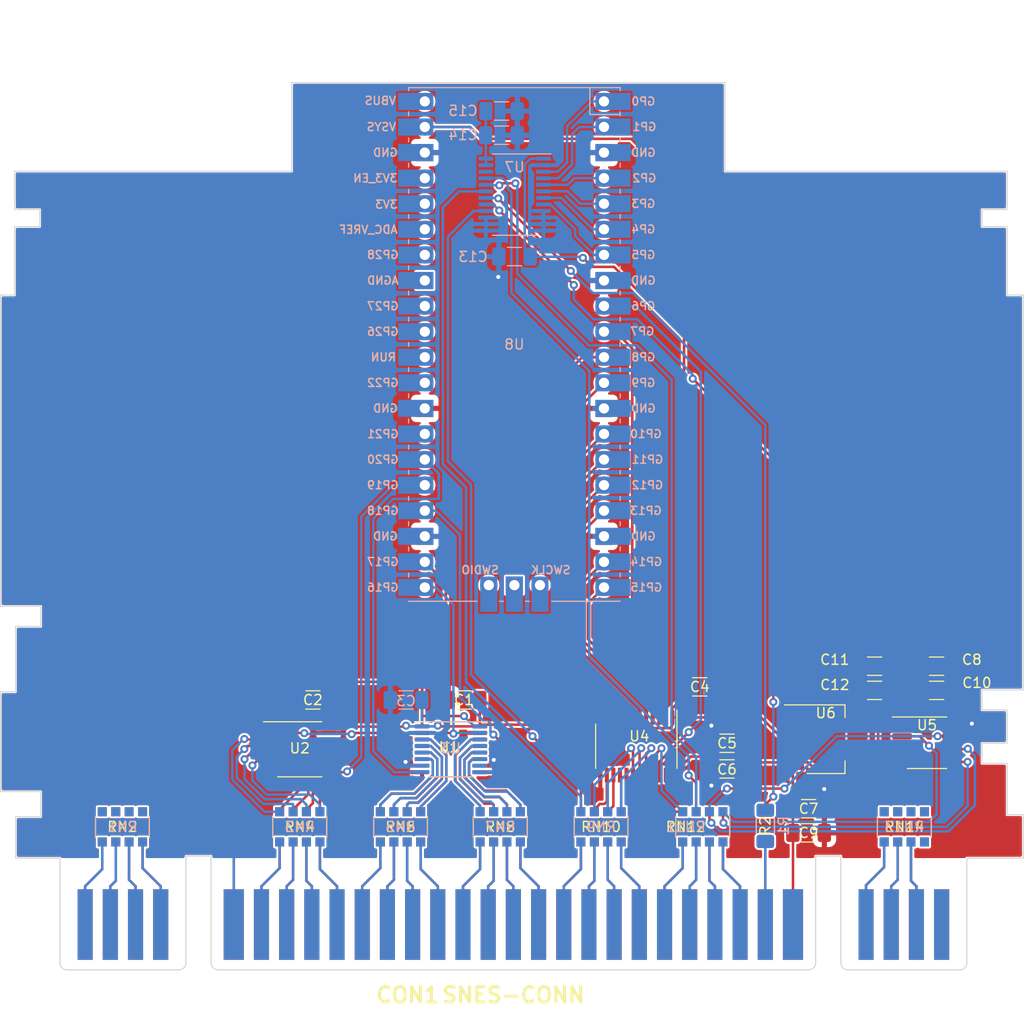
<source format=kicad_pcb>
(kicad_pcb (version 20211014) (generator pcbnew)
  (title_block (title "pico-cart-snes") (date "2022-07-20") (rev "v0") (company "jsd1982"))
  (layers (0 "F.Cu" signal) (31 "B.Cu" signal) (34 "B.Paste" user) (35 "F.Paste" user) (36 "B.SilkS" user "B.Silkscreen") (37 "F.SilkS" user "F.Silkscreen") (38 "B.Mask" user) (39 "F.Mask" user) (44 "Edge.Cuts" user))
  (net 0 "")
  (net 1 "/XCLK_21.477MHZ")
  (net 2 "/XEXPAND")
  (net 3 "/XPA6")
  (net 4 "/X~{PARD}")
  (net 5 "GND")
  (net 6 "/XA11")
  (net 7 "/XA10")
  (net 8 "/XA9")
  (net 9 "/XA8")
  (net 10 "/XA7")
  (net 11 "/XA6")
  (net 12 "/XA5")
  (net 13 "/XA4")
  (net 14 "/XA3")
  (net 15 "/XA2")
  (net 16 "/XA1")
  (net 17 "/XA0")
  (net 18 "/X~{IRQ}")
  (net 19 "/XD0")
  (net 20 "/XD1")
  (net 21 "/XD2")
  (net 22 "/XD3")
  (net 23 "/X~{RD}")
  (net 24 "/XCIC_OUT")
  (net 25 "/XCIC_RST")
  (net 26 "/X~{RESET}")
  (net 27 "+5V")
  (net 28 "/XPA0")
  (net 29 "/XPA2")
  (net 30 "/XPA4")
  (net 31 "/AUDIO_L")
  (net 32 "/X~{WRAM}")
  (net 33 "/XREFRESH")
  (net 34 "/XPA7")
  (net 35 "/X~{PAWR}")
  (net 36 "/XA12")
  (net 37 "/XA13")
  (net 38 "/XA14")
  (net 39 "/XA15")
  (net 40 "/XA16")
  (net 41 "/XA17")
  (net 42 "/XA18")
  (net 43 "/XA19")
  (net 44 "/XA20")
  (net 45 "/XA21")
  (net 46 "/XA22")
  (net 47 "/XA23")
  (net 48 "/X~{CE}")
  (net 49 "/XD4")
  (net 50 "/XD5")
  (net 51 "/XD6")
  (net 52 "/XD7")
  (net 53 "/X~{WR}")
  (net 54 "/XCIC_IN")
  (net 55 "/XCIC_CLK")
  (net 56 "/XCPU_CLK")
  (net 57 "/XPA1")
  (net 58 "/XPA3")
  (net 59 "/XPA5")
  (net 60 "/AUDIO_R")
  (net 61 "/YPA1")
  (net 62 "/YPA3")
  (net 63 "/YPA5")
  (net 66 "/YA8")
  (net 67 "/YA9")
  (net 68 "/YA10")
  (net 69 "/YA11")
  (net 70 "/YA4")
  (net 71 "/YA5")
  (net 72 "/YA6")
  (net 73 "/YA7")
  (net 74 "/YA0")
  (net 75 "/YA1")
  (net 76 "/YA2")
  (net 77 "/YA3")
  (net 79 "/YA12")
  (net 80 "/YA13")
  (net 81 "/YA14")
  (net 82 "/YA15")
  (net 83 "/YA16")
  (net 84 "/YA17")
  (net 85 "/YA18")
  (net 86 "/YA19")
  (net 87 "/YA20")
  (net 88 "/YA21")
  (net 89 "/YA22")
  (net 90 "/YA23")
  (net 91 "/Y~{CE}")
  (net 92 "/YD4")
  (net 93 "/YD5")
  (net 94 "/YD6")
  (net 95 "/YD2")
  (net 96 "/YD1")
  (net 97 "/YD0")
  (net 98 "/Y~{IRQ}")
  (net 99 "/YD7")
  (net 100 "/Y~{WR}")
  (net 101 "/CIC_IN")
  (net 102 "/CIC_CLK")
  (net 103 "/CIC_RST")
  (net 104 "/CIC_OUT")
  (net 105 "/Y~{RD}")
  (net 106 "/YD3")
  (net 109 "/YCPU_CLK")
  (net 110 "/Y~{RESET}")
  (net 111 "/Y~{WRAM}")
  (net 112 "/YREFRESH")
  (net 113 "/YPA7")
  (net 114 "/Y~{PAWR}")
  (net 115 "/Y~{PARD}")
  (net 116 "/YPA6")
  (net 117 "/YEXPAND")
  (net 118 "/YCLK_21.477MHZ")
  (net 121 "/YPA4")
  (net 122 "/YPA2")
  (net 123 "/YPA0")
  (net 124 "/U1QH")
  (net 125 "/CLK_133MHZ")
  (net 126 "/U1~{LD}")
  (net 127 "/U2QH")
  (net 128 "/U3QH")
  (net 129 "+3.3V")
  (net 130 "/DDIR")
  (net 131 "/D0")
  (net 132 "/D1")
  (net 133 "/D2")
  (net 134 "/D3")
  (net 135 "/D4")
  (net 136 "/D5")
  (net 137 "/D6")
  (net 138 "/D7")
  (net 139 "/D~{OE}")
  (net 142 "/~{IRQ}")
  (net 143 "/~{CE}")
  (net 144 "/~{RD}")
  (net 145 "/~{WR}")
  (net 146 "/~{RESET}")
  (net 147 "/CPU_CLK")
  (footprint "Capacitor_SMD:C_1206_3216Metric_Pad1.33x1.80mm_HandSolder" (layer "F.Cu") (at 117.3 107 180)
    (fp_text reference "C2")
    (fp_text value "0.1uF")
  )
  (footprint "Package_SO:SOIC-8_3.9x4.9mm_P1.27mm" (layer "F.Cu") (at 178.25 111.25)
    (fp_text reference "U5")
    (fp_text value "PIC12F629-ISN")
  )
  (footprint "Capacitor_SMD:C_1206_3216Metric_Pad1.33x1.80mm_HandSolder" (layer "F.Cu") (at 158.4 111.3 180)
    (fp_text reference "C5")
    (fp_text value "0.1uF")
  )
  (footprint "Resistor_SMD:R_Array_Convex_4x1206" (layer "F.Cu") (at 98.4 119.6 90)
    (fp_text reference "RN2")
    (fp_text value "R_Pack04")
  )
  (footprint "Resistor_SMD:R_1206_3216Metric_Pad1.30x1.75mm_HandSolder" (layer "F.Cu") (at 162.2 119.5 -90)
    (fp_text reference "R2")
    (fp_text value "100R")
  )
  (footprint "Package_SO:TSSOP-16_4.4x5mm_P0.65mm" (layer "F.Cu") (at 116 111.9)
    (fp_text reference "U2")
    (fp_text value "SN74LV165APWR")
  )
  (footprint "Capacitor_SMD:C_1206_3216Metric_Pad1.33x1.80mm_HandSolder" (layer "F.Cu") (at 179.2 103.65)
    (fp_text reference "C8")
    (fp_text value "1uF")
  )
  (footprint "sd2snes:SNESCART_EXT2_SMTUSB" (layer "F.Cu") (at 137.2 128.8)
    (fp_text reference "CON1")
    (fp_text value "SNES-CONN")
    (fp_line (start 46.49978 -68.80098) (end 46.49978 -70.50024) (layer "Edge.Cuts") (width 0.1016))
    (fp_line (start -49.40046 -6.10108) (end -49.40046 -10.20064) (layer "Edge.Cuts") (width 0.09906))
    (fp_line (start 48.99914 -74.30008) (end 48.99914 -70.50024) (layer "Edge.Cuts") (width 0.09906))
    (fp_line (start 48.99914 -20.80006) (end 48.99914 -17.5006) (layer "Edge.Cuts") (width 0.09906))
    (fp_line (start -49.40046 -29.10078) (end -46.9011 -29.10078) (layer "Edge.Cuts") (width 0.09906))
    (fp_line (start 45.00118 -6.10108) (end 50.59934 -6.10108) (layer "Edge.Cuts") (width 0.1016))
    (fp_line (start -29.2989 5.00126) (end 29.2989 5.00126) (layer "Edge.Cuts") (width 0.1016))
    (fp_line (start 46.49978 -20.80006) (end 48.99914 -20.80006) (layer "Edge.Cuts") (width 0.09906))
    (fp_line (start 21 -74.3) (end 21 -83.1) (layer "Edge.Cuts") (width 0.09906))
    (fp_line (start -49.40046 -22.60092) (end -49.40046 -29.10078) (layer "Edge.Cuts") (width 0.09906))
    (fp_line (start 29.99994 4.30022) (end 29.99994 -6.2992) (layer "Edge.Cuts") (width 0.1016))
    (fp_line (start 46.49978 -17.5006) (end 48.99914 -17.5006) (layer "Edge.Cuts") (width 0.09906))
    (fp_line (start -29.99994 4.30022) (end -29.99994 -6.2992) (layer "Edge.Cuts") (width 0.1016))
    (fp_line (start -46.9011 -31.09976) (end -50.89906 -31.09976) (layer "Edge.Cuts") (width 0.09906))
    (fp_line (start 48.99914 -10.39876) (end 48.99914 -15.49908) (layer "Edge.Cuts") (width 0.1016))
    (fp_line (start -47.00016 -68.80098) (end -49.49952 -68.80098) (layer "Edge.Cuts") (width 0.1016))
    (fp_line (start 21 -74.3) (end 48.99914 -74.3) (layer "Edge.Cuts") (width 0.09906))
    (fp_line (start 29.99994 -6.2992) (end 32.4993 -6.2992) (layer "Edge.Cuts") (width 0.1016))
    (fp_line (start 50.59934 -61.99886) (end 50.59934 -22.79904) (layer "Edge.Cuts") (width 0.09906))
    (fp_line (start 45.00118 -6.10108) (end 45.00118 4.30022) (layer "Edge.Cuts") (width 0.09906))
    (fp_line (start -49.49952 -70.50024) (end -47.00016 -70.50024) (layer "Edge.Cuts") (width 0.1016))
    (fp_line (start -29.99994 -6.2992) (end -32.4993 -6.2992) (layer "Edge.Cuts") (width 0.1016))
    (fp_line (start -45.00118 -6.10108) (end -45.00118 4.30022) (layer "Edge.Cuts") (width 0.09906))
    (fp_line (start -50.89906 -22.60092) (end -49.40046 -22.60092) (layer "Edge.Cuts") (width 0.09906))
    (fp_line (start -47.00016 -70.50024) (end -47.00016 -68.80098) (layer "Edge.Cuts") (width 0.1016))
    (fp_line (start -46.9011 -10.20064) (end -46.9011 -12.7) (layer "Edge.Cuts") (width 0.09906))
    (fp_line (start -49.49952 -61.99886) (end -50.89906 -61.99886) (layer "Edge.Cuts") (width 0.1016))
    (fp_line (start -46.9011 -10.20064) (end -49.40046 -10.20064) (layer "Edge.Cuts") (width 0.1016))
    (fp_line (start -22 -83.1) (end 21 -83.1) (layer "Edge.Cuts") (width 0.1016))
    (fp_line (start -49.49952 -68.80098) (end -49.49952 -61.99886) (layer "Edge.Cuts") (width 0.09906))
    (fp_line (start 46.49978 -22.79904) (end 46.49978 -20.80006) (layer "Edge.Cuts") (width 0.09906))
    (fp_line (start 46.49978 -15.49908) (end 46.49978 -17.5006) (layer "Edge.Cuts") (width 0.1016))
    (fp_line (start 48.99914 -68.80098) (end 48.99914 -61.99886) (layer "Edge.Cuts") (width 0.09906))
    (fp_line (start 48.99914 -68.80098) (end 46.49978 -68.80098) (layer "Edge.Cuts") (width 0.1016))
    (fp_line (start 48.99914 -61.99886) (end 50.59934 -61.99886) (layer "Edge.Cuts") (width 0.09906))
    (fp_line (start 50.59934 -22.79904) (end 46.49978 -22.79904) (layer "Edge.Cuts") (width 0.09906))
    (fp_line (start -50.89906 -12.7) (end -46.9011 -12.7) (layer "Edge.Cuts") (width 0.1016))
    (fp_line (start -49.49952 -74.30008) (end -22 -74.30008) (layer "Edge.Cuts") (width 0.1016))
    (fp_line (start -50.89906 -12.7) (end -50.89906 -22.60092) (layer "Edge.Cuts") (width 0.09906))
    (fp_line (start 50.59934 -10.39876) (end 48.99914 -10.39876) (layer "Edge.Cuts") (width 0.1016))
    (fp_line (start 33.20034 5.00126) (end 44.30014 5.00126) (layer "Edge.Cuts") (width 0.1016))
    (fp_line (start -50.89906 -61.99886) (end -50.89906 -31.09976) (layer "Edge.Cuts") (width 0.09906))
    (fp_line (start 48.99914 -15.49908) (end 46.49978 -15.49908) (layer "Edge.Cuts") (width 0.1016))
    (fp_line (start 32.4993 -6.2992) (end 32.4993 4.30022) (layer "Edge.Cuts") (width 0.1016))
    (fp_line (start -33.20034 5.00126) (end -44.30014 5.00126) (layer "Edge.Cuts") (width 0.1016))
    (fp_line (start -22 -83.1) (end -22 -74.30008) (layer "Edge.Cuts") (width 0.09906))
    (fp_line (start -49.40046 -6.10108) (end -45.00118 -6.10108) (layer "Edge.Cuts") (width 0.1016))
    (fp_line (start 50.59934 -10.39876) (end 50.59934 -6.10108) (layer "Edge.Cuts") (width 0.09906))
    (fp_line (start 46.49978 -70.50024) (end 48.99914 -70.50024) (layer "Edge.Cuts") (width 0.1016))
    (fp_line (start -46.9011 -29.10078) (end -46.9011 -31.09976) (layer "Edge.Cuts") (width 0.09906))
    (fp_line (start -32.4993 -6.2992) (end -32.4993 4.30022) (layer "Edge.Cuts") (width 0.1016))
    (fp_line (start -49.49952 -74.30008) (end -49.49952 -70.50024) (layer "Edge.Cuts") (width 0.09906))
    (fp_arc (start -44.30014 5.00126) (mid -44.79585 4.79593) (end -45.00118 4.30022) (layer "Edge.Cuts") (width 0.09906))
    (fp_arc (start -29.2989 5.00126) (mid -29.79461 4.79593) (end -29.99994 4.30022) (layer "Edge.Cuts") (width 0.09906))
    (fp_arc (start 33.20034 5.00126) (mid 32.704597 4.795945) (end 32.4993 4.30022) (layer "Edge.Cuts") (width 0.09906))
    (fp_arc (start -32.4993 4.30022) (mid -32.70463 4.79593) (end -33.20034 5.00126) (layer "Edge.Cuts") (width 0.09906))
    (fp_arc (start 45.00118 4.30022) (mid 44.795845 4.795931) (end 44.30014 5.00126) (layer "Edge.Cuts") (width 0.09906))
    (fp_arc (start 29.99994 4.30022) (mid 29.794603 4.795917) (end 29.2989 5.00126) (layer "Edge.Cuts") (width 0.09906))
  )
  (footprint "Capacitor_SMD:C_1206_3216Metric_Pad1.33x1.80mm_HandSolder" (layer "F.Cu") (at 166.5 117.8)
    (fp_text reference "C7")
    (fp_text value "0.1uF")
  )
  (footprint "Resistor_SMD:R_Array_Convex_4x1206" (layer "F.Cu") (at 176 119.6 90)
    (fp_text reference "RN14")
    (fp_text value "R_Pack04")
  )
  (footprint "Capacitor_SMD:C_1206_3216Metric_Pad1.33x1.80mm_HandSolder" (layer "F.Cu") (at 132.3 107 180)
    (fp_text reference "C1")
    (fp_text value "0.1uF")
  )
  (footprint "Resistor_SMD:R_Array_Convex_4x1206" (layer "F.Cu") (at 135.9 119.6 90)
    (fp_text reference "RN8")
    (fp_text value "R_Pack04")
  )
  (footprint "Package_SO:TSSOP-16_4.4x5mm_P0.65mm" (layer "F.Cu") (at 131 111.9)
    (fp_text reference "U1")
    (fp_text value "SN74LV165APWR")
  )
  (footprint "Package_TO_SOT_SMD:SOT-223-3_TabPin2" (layer "F.Cu") (at 168.2 110.9)
    (fp_text reference "U6")
    (fp_text value "AMS1117-3.3")
  )
  (footprint "Resistor_SMD:R_Array_Convex_4x1206" (layer "F.Cu") (at 145.9 119.6 90)
    (fp_text reference "RN10")
    (fp_text value "R_Pack04")
  )
  (footprint "Resistor_SMD:R_Array_Convex_4x1206" (layer "F.Cu") (at 156 119.6 90)
    (fp_text reference "RN12")
    (fp_text value "R_Pack04")
  )
  (footprint "Capacitor_SMD:C_1206_3216Metric_Pad1.33x1.80mm_HandSolder" (layer "F.Cu") (at 173.05 103.65)
    (fp_text reference "C11")
    (fp_text value "10uF")
  )
  (footprint "Capacitor_SMD:C_1206_3216Metric_Pad1.33x1.80mm_HandSolder" (layer "F.Cu") (at 166.5 120.2)
    (fp_text reference "C9")
    (fp_text value "10uF")
  )
  (footprint "Resistor_SMD:R_Array_Convex_4x1206" (layer "F.Cu") (at 126 119.6 90)
    (fp_text reference "RN6")
    (fp_text value "R_Pack04")
  )
  (footprint "Capacitor_SMD:C_1206_3216Metric_Pad1.33x1.80mm_HandSolder" (layer "F.Cu") (at 179.2 106.05)
    (fp_text reference "C10")
    (fp_text value "0.1uF")
  )
  (footprint "Capacitor_SMD:C_1206_3216Metric_Pad1.33x1.80mm_HandSolder" (layer "F.Cu") (at 173.05 106.05)
    (fp_text reference "C12")
    (fp_text value "0.1uF")
  )
  (footprint "Capacitor_SMD:C_1206_3216Metric_Pad1.33x1.80mm_HandSolder" (layer "F.Cu") (at 158.4 113.85 180)
    (fp_text reference "C6")
    (fp_text value "1uF")
  )
  (footprint "Package_SO:TSSOP-24_4.4x7.8mm_P0.65mm" (layer "F.Cu") (at 149.4 111.6 -90)
    (fp_text reference "U4")
    (fp_text value "SN74LVC8T245PWR")
  )
  (footprint "Resistor_SMD:R_Array_Convex_4x1206" (layer "F.Cu") (at 116 119.6 90)
    (fp_text reference "RN4")
    (fp_text value "R_Pack04")
  )
  (footprint "Capacitor_SMD:C_1206_3216Metric_Pad1.33x1.80mm_HandSolder" (layer "F.Cu") (at 155.7 105.7)
    (fp_text reference "C4")
    (fp_text value "0.1uF")
  )
  (footprint "Resistor_SMD:R_Array_Convex_4x1206" (layer "B.Cu") (at 126 119.6 90)
    (fp_text reference "RN5")
    (fp_text value "R_Pack04")
  )
  (footprint "Capacitor_SMD:C_1206_3216Metric_Pad1.33x1.80mm_HandSolder" (layer "B.Cu") (at 136.025 50.925)
    (fp_text reference "C14")
    (fp_text value "0.1uF")
  )
  (footprint "Capacitor_SMD:C_1206_3216Metric_Pad1.33x1.80mm_HandSolder" (layer "B.Cu") (at 126.55 107 180)
    (fp_text reference "C3")
    (fp_text value "0.1uF")
  )
  (footprint "Resistor_SMD:R_Array_Convex_4x1206" (layer "B.Cu") (at 98.4 119.6 90)
    (fp_text reference "RN1")
    (fp_text value "R_Pack04")
  )
  (footprint "Resistor_SMD:R_Array_Convex_4x1206" (layer "B.Cu") (at 176 119.6 90)
    (fp_text reference "RN13")
    (fp_text value "R_Pack04")
  )
  (footprint "RP-Pico:RPi_Pico_SMD_TH" (layer "B.Cu") (at 137.3 71.7 180)
    (fp_text reference "U8")
    (fp_text value "Pico")
  )
  (footprint "Capacitor_SMD:C_1206_3216Metric_Pad1.33x1.80mm_HandSolder" (layer "B.Cu") (at 136.025 48.525)
    (fp_text reference "C15")
    (fp_text value "1uF")
  )
  (footprint "Resistor_SMD:R_Array_Convex_4x1206" (layer "B.Cu") (at 135.9 119.6 90)
    (fp_text reference "RN7")
    (fp_text value "R_Pack04")
  )
  (footprint "Resistor_SMD:R_Array_Convex_4x1206" (layer "B.Cu") (at 145.9 119.6 90)
    (fp_text reference "RN9")
    (fp_text value "100R")
  )
  (footprint "Package_SO:TSSOP-24_4.4x7.8mm_P0.65mm" (layer "B.Cu") (at 137.325 56.825 180)
    (fp_text reference "U7")
    (fp_text value "SN74LVC8T245PWR")
  )
  (footprint "Resistor_SMD:R_Array_Convex_4x1206" (layer "B.Cu") (at 116 119.6 90)
    (fp_text reference "RN3")
    (fp_text value "R_Pack04")
  )
  (footprint "Resistor_SMD:R_Array_Convex_4x1206" (layer "B.Cu") (at 156 119.6 90)
    (fp_text reference "RN11")
    (fp_text value "100R")
  )
  (footprint "Capacitor_SMD:C_1206_3216Metric_Pad1.33x1.80mm_HandSolder" (layer "B.Cu") (at 137.3125 62.975 180)
    (fp_text reference "C13")
    (fp_text value "0.1uF")
  )
  (footprint "Resistor_SMD:R_1206_3216Metric_Pad1.30x1.75mm_HandSolder" (layer "B.Cu") (at 162.2 119.5 90)
    (fp_text reference "R1")
    (fp_text value "100R")
  )
  (footprint "Package_SO:TSSOP-16_4.4x5mm_P0.65mm" (layer "B.Cu") (at 131 111.9 180)
    (fp_text reference "U3")
    (fp_text value "SN74LV165APWR")
  )
  (segment (start 94.70072 125.49928) (end 96.4 123.8) (width 0.25) (layer "F.Cu") (net 1))
  (segment (start 94.70072 129.30038) (end 94.70072 125.49928) (width 0.25) (layer "F.Cu") (net 1))
  (segment (start 96.4 123.8) (end 96.4 121.1) (width 0.25) (layer "F.Cu") (net 1))
  (segment (start 97.20008 129.30038) (end 97.20008 125.49992) (width 0.25) (layer "F.Cu") (net 2))
  (segment (start 97.74 124.96) (end 97.74 121.1) (width 0.25) (layer "F.Cu") (net 2))
  (segment (start 97.20008 125.49992) (end 97.74 124.96) (width 0.25) (layer "F.Cu") (net 2))
  (segment (start 99.69944 125.49944) (end 99.06 124.86) (width 0.25) (layer "F.Cu") (net 3))
  (segment (start 99.06 124.86) (end 99.06 121.1) (width 0.25) (layer "F.Cu") (net 3))
  (segment (start 99.69944 129.30038) (end 99.69944 125.49944) (width 0.25) (layer "F.Cu") (net 3))
  (segment (start 100.4 123.7) (end 100.4 121.1) (width 0.25) (layer "F.Cu") (net 4))
  (segment (start 102.1988 129.30038) (end 102.1988 125.4988) (width 0.25) (layer "F.Cu") (net 4))
  (segment (start 102.1988 125.4988) (end 100.4 123.7) (width 0.25) (layer "F.Cu") (net 4))
  (segment (start 109.4505 129.30038) (end 109.4505 122.35) (width 0.25) (layer "F.Cu") (net 5))
  (segment (start 156.8375 109.5625) (end 156.85 109.55) (width 0.25) (layer "F.Cu") (net 5))
  (segment (start 156.8375 115.4875) (end 156.85 115.5) (width 0.25) (layer "F.Cu") (net 5))
  (segment (start 156.8375 113.85) (end 156.8375 115.4875) (width 0.25) (layer "F.Cu") (net 5))
  (segment (start 133.8625 113.525) (end 134.676 113.525) (width 0.25) (layer "F.Cu") (net 5))
  (segment (start 168.0625 115.8625) (end 168.05 115.85) (width 0.25) (layer "F.Cu") (net 5))
  (segment (start 134.676 113.525) (end 135.251 112.95) (width 0.25) (layer "F.Cu") (net 5))
  (segment (start 156.8375 111.3) (end 156.8375 109.5625) (width 0.25) (layer "F.Cu") (net 5))
  (via (at 135.7 65) (size 0.8) (drill 0.4) (layers "F.Cu" "B.Cu") (net 5))
  (via (at 156.85 109.55) (size 0.8) (drill 0.4) (layers "F.Cu" "B.Cu") (net 5))
  (via (at 156.85 115.5) (size 0.8) (drill 0.4) (layers "F.Cu" "B.Cu") (net 5))
  (via (at 182.7 109.35) (size 0.8) (drill 0.4) (layers "F.Cu" "B.Cu") (net 5))
  (via (at 126.5 113.15) (size 0.8) (drill 0.4) (layers "F.Cu" "B.Cu") (net 5))
  (via (at 168.05 115.85) (size 0.8) (drill 0.4) (layers "F.Cu" "B.Cu") (net 5))
  (via (at 135.251 112.95) (size 0.8) (drill 0.4) (layers "F.Cu" "B.Cu") (net 5))
  (segment (start 128.1375 113.525) (end 126.875 113.525) (width 0.25) (layer "B.Cu") (net 5))
  (segment (start 109.4505 129.30038) (end 109.4505 122.3505) (width 0.25) (layer "B.Cu") (net 5))
  (segment (start 126.875 113.525) (end 126.5 113.15) (width 0.25) (layer "B.Cu") (net 5))
  (segment (start 114 123.7) (end 114 121.1) (width 0.25) (layer "F.Cu") (net 6))
  (segment (start 112.19878 125.50122) (end 114 123.7) (width 0.25) (layer "F.Cu") (net 6))
  (segment (start 112.19878 129.30038) (end 112.19878 125.50122) (width 0.25) (layer "F.Cu") (net 6))
  (segment (start 114.70068 125.49932) (end 115.34 124.86) (width 0.25) (layer "F.Cu") (net 7))
  (segment (start 115.34 124.86) (end 115.34 121.1) (width 0.25) (layer "F.Cu") (net 7))
  (segment (start 114.70068 129.30038) (end 114.70068 125.49932) (width 0.25) (layer "F.Cu") (net 7))
  (segment (start 117.20004 125.50004) (end 116.66 124.96) (width 0.25) (layer "F.Cu") (net 8))
  (segment (start 117.20004 129.30038) (end 117.20004 125.50004) (width 0.25) (layer "F.Cu") (net 8))
  (segment (start 116.66 124.96) (end 116.66 121.1) (width 0.25) (layer "F.Cu") (net 8))
  (segment (start 118 123.8) (end 118 121.1) (width 0.25) (layer "F.Cu") (net 9))
  (segment (start 119.6994 125.4994) (end 118 123.8) (width 0.25) (layer "F.Cu") (net 9))
  (segment (start 119.6994 129.30038) (end 119.6994 125.4994) (width 0.25) (layer "F.Cu") (net 9))
  (segment (start 122.19876 125.50124) (end 124 123.7) (width 0.25) (layer "F.Cu") (net 10))
  (segment (start 122.19876 129.30038) (end 122.19876 125.50124) (width 0.25) (layer "F.Cu") (net 10))
  (segment (start 124 123.7) (end 124 121.1) (width 0.25) (layer "F.Cu") (net 10))
  (segment (start 125.34 124.86) (end 125.34 121.1) (width 0.25) (layer "F.Cu") (net 11))
  (segment (start 124.70066 129.30038) (end 124.70066 125.49934) (width 0.25) (layer "F.Cu") (net 11))
  (segment (start 124.70066 125.49934) (end 125.34 124.86) (width 0.25) (layer "F.Cu") (net 11))
  (segment (start 127.20002 125.50002) (end 126.66 124.96) (width 0.25) (layer "F.Cu") (net 12))
  (segment (start 127.20002 129.30038) (end 127.20002 125.50002) (width 0.25) (layer "F.Cu") (net 12))
  (segment (start 126.66 124.96) (end 126.66 121.1) (width 0.25) (layer "F.Cu") (net 12))
  (segment (start 129.69938 129.30038) (end 129.69938 125.49938) (width 0.25) (layer "F.Cu") (net 13))
  (segment (start 129.69938 125.49938) (end 128 123.8) (width 0.25) (layer "F.Cu") (net 13))
  (segment (start 128 123.8) (end 128 121.1) (width 0.25) (layer "F.Cu") (net 13))
  (segment (start 133.9 123.8) (end 133.9 121.1) (width 0.25) (layer "F.Cu") (net 14))
  (segment (start 132.19874 129.30038) (end 132.19874 125.50126) (width 0.25) (layer "F.Cu") (net 14))
  (segment (start 132.19874 125.50126) (end 133.9 123.8) (width 0.25) (layer "F.Cu") (net 14))
  (segment (start 134.70064 125.49936) (end 135.22 124.98) (width 0.25) (layer "F.Cu") (net 15))
  (segment (start 134.70064 129.30038) (end 134.70064 125.49936) (width 0.25) (layer "F.Cu") (net 15))
  (segment (start 135.24 124.96) (end 135.24 121.1) (width 0.25) (layer "F.Cu") (net 15))
  (segment (start 137.2 125.5) (end 136.56 124.86) (width 0.25) (layer "F.Cu") (net 16))
  (segment (start 136.56 124.86) (end 136.56 121.1) (width 0.25) (layer "F.Cu") (net 16))
  (segment (start 137.2 129.30038) (end 137.2 125.5) (width 0.25) (layer "F.Cu") (net 16))
  (segment (start 139.69936 129.30038) (end 139.69936 125.49936) (width 0.25) (layer "F.Cu") (net 17))
  (segment (start 139.69936 125.49936) (end 137.9 123.7) (width 0.25) (layer "F.Cu") (net 17))
  (segment (start 137.9 123.7) (end 137.9 121.1) (width 0.25) (layer "F.Cu") (net 17))
  (segment (start 143.9 123.8) (end 143.9 121.1) (width 0.25) (layer "F.Cu") (net 18))
  (segment (start 142.20126 129.30038) (end 142.20126 125.49874) (width 0.25) (layer "F.Cu") (net 18))
  (segment (start 142.20126 125.49874) (end 143.9 123.8) (width 0.25) (layer "F.Cu") (net 18))
  (segment (start 145.24 124.96) (end 145.24 121.1) (width 0.25) (layer "F.Cu") (net 19))
  (segment (start 144.70062 125.49938) (end 145.24 124.96) (width 0.25) (layer "F.Cu") (net 19))
  (segment (start 144.70062 129.30038) (end 144.70062 125.49938) (width 0.25) (layer "F.Cu") (net 19))
  (segment (start 146.56 124.86) (end 146.56 121.1) (width 0.25) (layer "F.Cu") (net 20))
  (segment (start 147.19998 125.49998) (end 146.56 124.86) (width 0.25) (layer "F.Cu") (net 20))
  (segment (start 147.19998 129.30038) (end 147.19998 125.49998) (width 0.25) (layer "F.Cu") (net 20))
  (segment (start 149.69934 125.49934) (end 147.9 123.7) (width 0.25) (layer "F.Cu") (net 21))
  (segment (start 149.69934 129.30038) (end 149.69934 125.49934) (width 0.25) (layer "F.Cu") (net 21))
  (segment (start 147.9 123.7) (end 147.9 121.1) (width 0.25) (layer "F.Cu") (net 21))
  (segment (start 154 123.7) (end 154 121.1) (width 0.25) (layer "F.Cu") (net 22))
  (segment (start 152.20124 125.49876) (end 154 123.7) (width 0.25) (layer "F.Cu") (net 22))
  (segment (start 152.20124 129.30038) (end 152.20124 125.49876) (width 0.25) (layer "F.Cu") (net 22))
  (segment (start 155.34 124.86) (end 155.34 121.1) (width 0.25) (layer "F.Cu") (net 23))
  (segment (start 154.7006 129.30038) (end 154.7006 125.4994) (width 0.25) (layer "F.Cu") (net 23))
  (segment (start 154.7006 125.4994) (end 155.34 124.86) (width 0.25) (layer "F.Cu") (net 23))
  (segment (start 157.19996 125.49996) (end 156.66 124.96) (width 0.25) (layer "F.Cu") (net 24))
  (segment (start 157.19996 129.30038) (end 157.19996 125.49996) (width 0.25) (layer "F.Cu") (net 24))
  (segment (start 156.66 124.96) (end 156.66 121.1) (width 0.25) (layer "F.Cu") (net 24))
  (segment (start 159.69932 125.49932) (end 158 123.8) (width 0.25) (layer "F.Cu") (net 25))
  (segment (start 158 123.8) (end 158 121.1) (width 0.25) (layer "F.Cu") (net 25))
  (segment (start 159.69932 129.30038) (end 159.69932 125.49932) (width 0.25) (layer "F.Cu") (net 25))
  (segment (start 162.20122 129.30038) (end 162.20122 121.05122) (width 0.25) (layer "F.Cu") (net 26))
  (segment (start 172.7 113.6) (end 173.4 112.9) (width 0.25) (layer "F.Cu") (net 27))
  (segment (start 148.885 51.285) (end 177.6375 80.0375) (width 0.25) (layer "F.Cu") (net 27))
  (segment (start 177.6375 80.0375) (end 177.6375 103.65) (width 0.25) (layer "F.Cu") (net 27))
  (segment (start 164.9375 117.8) (end 164.9375 113.3125) (width 0.25) (layer "F.Cu") (net 27))
  (segment (start 154.8125 112.625) (end 160.725 112.625) (width 0.25) (layer "F.Cu") (net 27))
  (segment (start 175.775 107.9125) (end 177.6375 106.05) (width 0.25) (layer "F.Cu") (net 27))
  (segment (start 166.85 113.6) (end 172.7 113.6) (width 0.25) (layer "F.Cu") (net 27))
  (segment (start 166.45 113.2) (end 166.85 113.6) (width 0.25) (layer "F.Cu") (net 27))
  (segment (start 164.9495 120.212) (end 164.9495 129.30038) (width 0.25) (layer "F.Cu") (net 27))
  (segment (start 165.05 113.2) (end 166.45 113.2) (width 0.25) (layer "F.Cu") (net 27))
  (segment (start 134.085 51.285) (end 148.885 51.285) (width 0.25) (layer "F.Cu") (net 27))
  (segment (start 152.325 114.4625) (end 152.975 114.4625) (width 0.25) (layer "F.Cu") (net 27))
  (segment (start 174.205 109.345) (end 175.775 109.345) (width 0.25) (layer "F.Cu") (net 27))
  (segment (start 175.775 109.345) (end 175.775 107.9125) (width 0.25) (layer "F.Cu") (net 27))
  (segment (start 164.9375 117.8) (end 164.9375 120.2) (width 0.25) (layer "F.Cu") (net 27))
  (segment (start 161.3 113.2) (end 165.05 113.2) (width 0.25) (layer "F.Cu") (net 27))
  (segment (start 152.975 114.4625) (end 154.8125 112.625) (width 0.25) (layer "F.Cu") (net 27))
  (segment (start 173.4 110.15) (end 174.205 109.345) (width 0.25) (layer "F.Cu") (net 27))
  (segment (start 177.6375 106.05) (end 177.6375 103.65) (width 0.25) (layer "F.Cu") (net 27))
  (segment (start 132.91 50.11) (end 134.085 51.285) (width 0.25) (layer "F.Cu") (net 27))
  (segment (start 159.9625 111.3) (end 159.9625 112.6375) (width 0.25) (layer "F.Cu") (net 27))
  (segment (start 160.725 112.625) (end 161.3 113.2) (width 0.25) (layer "F.Cu") (net 27))
  (segment (start 159.9625 113.85) (end 159.9625 112.6375) (width 0.25) (layer "F.Cu") (net 27))
  (segment (start 173.4 112.9) (end 173.4 110.15) (width 0.25) (layer "F.Cu") (net 27))
  (segment (start 128.41 50.11) (end 132.91 50.11) (width 0.25) (layer "F.Cu") (net 27))
  (segment (start 134.4625 50.925) (end 133.725 50.925) (width 0.25) (layer "B.Cu") (net 27))
  (segment (start 134.4625 50.925) (end 134.4625 53.25) (width 0.25) (layer "B.Cu") (net 27))
  (segment (start 132.91 50.11) (end 128.41 50.11) (width 0.25) (layer "B.Cu") (net 27))
  (segment (start 134.4625 53.25) (end 134.4625 53.9) (width 0.25) (layer "B.Cu") (net 27))
  (segment (start 133.725 50.925) (end 132.91 50.11) (width 0.25) (layer "B.Cu") (net 27))
  (segment (start 134.4625 50.925) (end 134.4625 48.525) (width 0.25) (layer "B.Cu") (net 27))
  (segment (start 174 123.6) (end 174 121.1) (width 0.25) (layer "F.Cu") (net 28))
  (segment (start 172.2012 125.3988) (end 174 123.6) (width 0.25) (layer "F.Cu") (net 28))
  (segment (start 172.2012 129.30038) (end 172.2012 125.3988) (width 0.25) (layer "F.Cu") (net 28))
  (segment (start 174.70056 129.30038) (end 174.70056 125.49944) (width 0.25) (layer "F.Cu") (net 29))
  (segment (start 175.34 124.86) (end 175.34 121.1) (width 0.25) (layer "F.Cu") (net 29))
  (segment (start 174.70056 125.49944) (end 175.34 124.86) (width 0.25) (layer "F.Cu") (net 29))
  (segment (start 177.19992 125.49992) (end 176.66 124.96) (width 0.25) (layer "F.Cu") (net 30))
  (segment (start 176.66 124.96) (end 176.66 121.1) (width 0.25) (layer "F.Cu") (net 30))
  (segment (start 177.19992 129.30038) (end 177.19992 125.49992) (width 0.25) (layer "F.Cu") (net 30))
  (segment (start 94.70072 129.30038) (end 94.70072 125.49928) (width 0.25) (layer "B.Cu") (net 32))
  (segment (start 94.70072 125.49928) (end 96.4 123.8) (width 0.25) (layer "B.Cu") (net 32))
  (segment (start 96.4 123.8) (end 96.4 121.1) (width 0.25) (layer "B.Cu") (net 32))
  (segment (start 97.74 124.96) (end 97.74 121.1) (width 0.25) (layer "B.Cu") (net 33))
  (segment (start 97.20008 129.30038) (end 97.20008 125.49992) (width 0.25) (layer "B.Cu") (net 33))
  (segment (start 97.20008 125.49992) (end 97.74 124.96) (width 0.25) (layer "B.Cu") (net 33))
  (segment (start 99.69944 129.30038) (end 99.69944 125.49944) (width 0.25) (layer "B.Cu") (net 34))
  (segment (start 99.06 124.86) (end 99.06 121.1) (width 0.25) (layer "B.Cu") (net 34))
  (segment (start 99.69944 125.49944) (end 99.06 124.86) (width 0.25) (layer "B.Cu") (net 34))
  (segment (start 102.1988 129.30038) (end 102.1988 125.4988) (width 0.25) (layer "B.Cu") (net 35))
  (segment (start 102.1988 125.4988) (end 100.4 123.7) (width 0.25) (layer "B.Cu") (net 35))
  (segment (start 100.4 123.7) (end 100.4 121.1) (width 0.25) (layer "B.Cu") (net 35))
  (segment (start 112.19878 125.50122) (end 114 123.7) (width 0.25) (layer "B.Cu") (net 36))
  (segment (start 112.19878 129.30038) (end 112.19878 125.50122) (width 0.25) (layer "B.Cu") (net 36))
  (segment (start 114 123.7) (end 114 121.1) (width 0.25) (layer "B.Cu") (net 36))
  (segment (start 114.70068 125.49932) (end 115.34 124.86) (width 0.25) (layer "B.Cu") (net 37))
  (segment (start 114.70068 129.30038) (end 114.70068 125.49932) (width 0.25) (layer "B.Cu") (net 37))
  (segment (start 115.34 124.86) (end 115.34 121.1) (width 0.25) (layer "B.Cu") (net 37))
  (segment (start 117.20004 125.50004) (end 116.66 124.96) (width 0.25) (layer "B.Cu") (net 38))
  (segment (start 117.20004 129.30038) (end 117.20004 125.50004) (width 0.25) (layer "B.Cu") (net 38))
  (segment (start 116.66 124.96) (end 116.66 121.1) (width 0.25) (layer "B.Cu") (net 38))
  (segment (start 119.6994 129.30038) (end 119.6994 125.4994) (width 0.25) (layer "B.Cu") (net 39))
  (segment (start 118 123.8) (end 118 121.1) (width 0.25) (layer "B.Cu") (net 39))
  (segment (start 119.6994 125.4994) (end 118 123.8) (width 0.25) (layer "B.Cu") (net 39))
  (segment (start 122.19876 129.30038) (end 122.19876 125.50124) (width 0.25) (layer "B.Cu") (net 40))
  (segment (start 122.19876 125.50124) (end 124 123.7) (width 0.25) (layer "B.Cu") (net 40))
  (segment (start 124 123.7) (end 124 121.1) (width 0.25) (layer "B.Cu") (net 40))
  (segment (start 124.70066 129.30038) (end 124.70066 125.49934) (width 0.25) (layer "B.Cu") (net 41))
  (segment (start 124.70066 125.49934) (end 125.34 124.86) (width 0.25) (layer "B.Cu") (net 41))
  (segment (start 125.34 124.86) (end 125.34 121.1) (width 0.25) (layer "B.Cu") (net 41))
  (segment (start 127.20002 129.30038) (end 127.20002 125.50002) (width 0.25) (layer "B.Cu") (net 42))
  (segment (start 127.20002 125.50002) (end 126.66 124.96) (width 0.25) (layer "B.Cu") (net 42))
  (segment (start 126.66 124.96) (end 126.66 121.1) (width 0.25) (layer "B.Cu") (net 42))
  (segment (start 128 123.8) (end 128 121.1) (width 0.25) (layer "B.Cu") (net 43))
  (segment (start 129.69938 125.49938) (end 128 123.8) (width 0.25) (layer "B.Cu") (net 43))
  (segment (start 129.69938 129.30038) (end 129.69938 125.49938) (width 0.25) (layer "B.Cu") (net 43))
  (segment (start 133.9 123.8) (end 133.9 121.1) (width 0.25) (layer "B.Cu") (net 44))
  (segment (start 132.19874 129.30038) (end 132.19874 125.50126) (width 0.25) (layer "B.Cu") (net 44))
  (segment (start 132.19874 125.50126) (end 133.9 123.8) (width 0.25) (layer "B.Cu") (net 44))
  (segment (start 135.24 124.96) (end 135.24 121.1) (width 0.25) (layer "B.Cu") (net 45))
  (segment (start 134.70064 125.49936) (end 135.24 124.96) (width 0.25) (layer "B.Cu") (net 45))
  (segment (start 134.70064 129.30038) (end 134.70064 125.49936) (width 0.25) (layer "B.Cu") (net 45))
  (segment (start 136.56 124.86) (end 136.56 121.1) (width 0.25) (layer "B.Cu") (net 46))
  (segment (start 137.2 129.30038) (end 137.2 125.5) (width 0.25) (layer "B.Cu") (net 46))
  (segment (start 137.2 125.5) (end 136.56 124.86) (width 0.25) (layer "B.Cu") (net 46))
  (segment (start 139.69936 125.49936) (end 137.9 123.7) (width 0.25) (layer "B.Cu") (net 47))
  (segment (start 139.69936 129.30038) (end 139.69936 125.49936) (width 0.25) (layer "B.Cu") (net 47))
  (segment (start 137.9 123.7) (end 137.9 121.1) (width 0.25) (layer "B.Cu") (net 47))
  (segment (start 143.9 123.8) (end 143.9 121.1) (width 0.25) (layer "B.Cu") (net 48))
  (segment (start 142.20126 125.49874) (end 143.9 123.8) (width 0.25) (layer "B.Cu") (net 48))
  (segment (start 142.20126 129.30038) (end 142.20126 125.49874) (width 0.25) (layer "B.Cu") (net 48))
  (segment (start 144.70062 125.49938) (end 145.24 124.96) (width 0.25) (layer "B.Cu") (net 49))
  (segment (start 145.24 124.96) (end 145.24 121.1) (width 0.25) (layer "B.Cu") (net 49))
  (segment (start 144.70062 129.30038) (end 144.70062 125.49938) (width 0.25) (layer "B.Cu") (net 49))
  (segment (start 146.56 124.86) (end 146.56 121.1) (width 0.25) (layer "B.Cu") (net 50))
  (segment (start 147.19998 125.49998) (end 146.56 124.86) (width 0.25) (layer "B.Cu") (net 50))
  (segment (start 147.19998 129.30038) (end 147.19998 125.49998) (width 0.25) (layer "B.Cu") (net 50))
  (segment (start 149.69934 125.49934) (end 147.9 123.7) (width 0.25) (layer "B.Cu") (net 51))
  (segment (start 149.69934 129.30038) (end 149.69934 125.49934) (width 0.25) (layer "B.Cu") (net 51))
  (segment (start 147.9 123.7) (end 147.9 121.1) (width 0.25) (layer "B.Cu") (net 51))
  (segment (start 154 123.7) (end 154 121.1) (width 0.25) (layer "B.Cu") (net 52))
  (segment (start 152.20124 129.30038) (end 152.20124 125.49876) (width 0.25) (layer "B.Cu") (net 52))
  (segment (start 152.20124 125.49876) (end 154 123.7) (width 0.25) (layer "B.Cu") (net 52))
  (segment (start 154.7006 129.30038) (end 154.7006 125.4994) (width 0.25) (layer "B.Cu") (net 53))
  (segment (start 155.34 124.86) (end 155.34 121.1) (width 0.25) (layer "B.Cu") (net 53))
  (segment (start 154.7006 125.4994) (end 155.34 124.86) (width 0.25) (layer "B.Cu") (net 53))
  (segment (start 157.19996 129.30038) (end 157.19996 125.49996) (width 0.25) (layer "B.Cu") (net 54))
  (segment (start 156.66 124.96) (end 156.66 121.1) (width 0.25) (layer "B.Cu") (net 54))
  (segment (start 157.19996 125.49996) (end 156.66 124.96) (width 0.25) (layer "B.Cu") (net 54))
  (segment (start 159.69932 129.30038) (end 159.69932 125.49932) (width 0.25) (layer "B.Cu") (net 55))
  (segment (start 158 123.8) (end 158 121.1) (width 0.25) (layer "B.Cu") (net 55))
  (segment (start 159.69932 125.49932) (end 158 123.8) (width 0.25) (layer "B.Cu") (net 55))
  (segment (start 162.20122 129.30038) (end 162.20122 121.05122) (width 0.25) (layer "B.Cu") (net 56))
  (segment (start 172.2012 129.30038) (end 172.2012 125.4) (width 0.25) (layer "B.Cu") (net 57))
  (segment (start 172.2 125.4) (end 174 123.6) (width 0.25) (layer "B.Cu") (net 57))
  (segment (start 174 123.6) (end 174 121.1) (width 0.25) (layer "B.Cu") (net 57))
  (segment (start 174.70056 125.49944) (end 175.34 124.86) (width 0.25) (layer "B.Cu") (net 58))
  (segment (start 174.70056 129.30038) (end 174.70056 125.49944) (width 0.25) (layer "B.Cu") (net 58))
  (segment (start 175.34 124.86) (end 175.34 121.1) (width 0.25) (layer "B.Cu") (net 58))
  (segment (start 177.19992 125.49992) (end 176.66 124.96) (width 0.25) (layer "B.Cu") (net 59))
  (segment (start 177.19992 129.30038) (end 177.19992 125.49992) (width 0.25) (layer "B.Cu") (net 59))
  (segment (start 176.66 124.96) (end 176.66 121.1) (width 0.25) (layer "B.Cu") (net 59))
  (segment (start 117.8 114.451041) (end 118 114.651041) (width 0.25) (layer "F.Cu") (net 66))
  (segment (start 118 114.651041) (end 118 118.1) (width 0.25) (layer "F.Cu") (net 66))
  (segment (start 118.8625 112.875) (end 118.173959 112.875) (width 0.25) (layer "F.Cu") (net 66))
  (segment (start 118.173959 112.875) (end 117.8 113.248959) (width 0.25) (layer "F.Cu") (net 66))
  (segment (start 117.8 113.248959) (end 117.8 114.451041) (width 0.25) (layer "F.Cu") (net 66))
  (segment (start 118.173253 112.225706) (end 117.3 113.098959) (width 0.25) (layer "F.Cu") (net 67))
  (segment (start 117.3 113.098959) (end 117.3 117.25) (width 0.25) (layer "F.Cu") (net 67))
  (segment (start 118.8625 112.225) (end 118.173253 112.225) (width 0.25) (layer "F.Cu") (net 67))
  (segment (start 118.173253 112.225) (end 118.173253 112.225706) (width 0.25) (layer "F.Cu") (net 67))
  (segment (start 117.3 117.25) (end 116.66 117.89) (width 0.25) (layer "F.Cu") (net 67))
  (segment (start 116.85 112.86431) (end 116.85 116.36) (width 0.25) (layer "F.Cu") (net 68))
  (segment (start 118.8625 111.575) (end 118.13931 111.575) (width 0.25) (layer "F.Cu") (net 68))
  (segment (start 116.85 116.36) (end 115.34 117.87) (width 0.25) (layer "F.Cu") (net 68))
  (segment (start 118.13931 111.575) (end 116.85 112.86431) (width 0.25) (layer "F.Cu") (net 68))
  (segment (start 118.13931 110.925) (end 116.4 112.66431) (width 0.25) (layer "F.Cu") (net 69))
  (segment (start 116.4 115.49) (end 114 117.89) (width 0.25) (layer "F.Cu") (net 69))
  (segment (start 118.8625 110.925) (end 118.13931 110.925) (width 0.25) (layer "F.Cu") (net 69))
  (segment (start 116.4 112.66431) (end 116.4 115.49) (width 0.25) (layer "F.Cu") (net 69))
  (segment (start 128 117.609188) (end 130.55 115.059188) (width 0.25) (layer "F.Cu") (net 70))
  (segment (start 128 118.1) (end 128 117.609188) (width 0.25) (layer "F.Cu") (net 70))
  (segment (start 130.55 115.059188) (end 130.55 112.489771) (width 0.25) (layer "F.Cu") (net 70))
  (segment (start 130.55 112.489771) (end 128.985229 110.925) (width 0.25) (layer "F.Cu") (net 70))
  (segment (start 128.985229 110.925) (end 128.1375 110.925) (width 0.25) (layer "F.Cu") (net 70))
  (segment (start 126.86 117.2) (end 126.66 117.4) (width 0.25) (layer "F.Cu") (net 71))
  (segment (start 130.1 114.872792) (end 127.772792 117.2) (width 0.25) (layer "F.Cu") (net 71))
  (segment (start 128.998833 111.575) (end 130.1 112.676167) (width 0.25) (layer "F.Cu") (net 71))
  (segment (start 126.66 117.4) (end 126.66 118.1) (width 0.25) (layer "F.Cu") (net 71))
  (segment (start 127.772792 117.2) (end 126.86 117.2) (width 0.25) (layer "F.Cu") (net 71))
  (segment (start 130.1 112.676167) (end 130.1 114.872792) (width 0.25) (layer "F.Cu") (net 71))
  (segment (start 128.1375 111.575) (end 128.998833 111.575) (width 0.25) (layer "F.Cu") (net 71))
  (segment (start 128.1375 112.225) (end 129.012437 112.225) (width 0.25) (layer "F.Cu") (net 72))
  (segment (start 129.012437 112.225) (end 129.65 112.862563) (width 0.25) (layer "F.Cu") (net 72))
  (segment (start 127.586189 116.749501) (end 125.990499 116.749501) (width 0.25) (layer "F.Cu") (net 72))
  (segment (start 125.990499 116.749501) (end 125.34 117.4) (width 0.25) (layer "F.Cu") (net 72))
  (segment (start 125.34 117.4) (end 125.34 118.1) (width 0.25) (layer "F.Cu") (net 72))
  (segment (start 129.65 114.68569) (end 127.586189 116.749501) (width 0.25) (layer "F.Cu") (net 72))
  (segment (start 129.65 112.862563) (end 129.65 114.68569) (width 0.25) (layer "F.Cu") (net 72))
  (segment (start 129.026041 112.875) (end 129.2 113.048959) (width 0.25) (layer "F.Cu") (net 73))
  (segment (start 128.1375 112.875) (end 129.026041 112.875) (width 0.25) (layer "F.Cu") (net 73))
  (segment (start 129.2 113.048959) (end 129.2 114.5) (width 0.25) (layer "F.Cu") (net 73))
  (segment (start 129.2 114.5) (end 127.4 116.3) (width 0.25) (layer "F.Cu") (net 73))
  (segment (start 127.4 116.3) (end 125.1 116.3) (width 0.25) (layer "F.Cu") (net 73))
  (segment (start 124 117.4) (end 124 118.1) (width 0.25) (layer "F.Cu") (net 73))
  (segment (start 125.1 116.3) (end 124 117.4) (width 0.25) (layer "F.Cu") (net 73))
  (segment (start 132.8 113.2) (end 133.125 112.875) (width 0.25) (layer "F.Cu") (net 74))
  (segment (start 137.9 117.4) (end 136.5 116) (width 0.25) (layer "F.Cu") (net 74))
  (segment (start 132.8 114.5) (end 132.8 113.2) (width 0.25) (layer "F.Cu") (net 74))
  (segment (start 136.5 116) (end 134.3 116) (width 0.25) (layer "F.Cu") (net 74))
  (segment (start 137.9 118.1) (end 137.9 117.4) (width 0.25) (layer "F.Cu") (net 74))
  (segment (start 133.125 112.875) (end 133.8625 112.875) (width 0.25) (layer "F.Cu") (net 74))
  (segment (start 134.3 116) (end 132.8 114.5) (width 0.25) (layer "F.Cu") (net 74))
  (segment (start 135.849501 116.649501) (end 134.313105 116.649501) (width 0.25) (layer "F.Cu") (net 75))
  (segment (start 133.075 112.225) (end 133.8625 112.225) (width 0.25) (layer "F.Cu") (net 75))
  (segment (start 132.35 114.686396) (end 132.35 112.95) (width 0.25) (layer "F.Cu") (net 75))
  (segment (start 134.313105 116.649501) (end 132.35 114.686396) (width 0.25) (layer "F.Cu") (net 75))
  (segment (start 136.56 117.36) (end 135.849501 116.649501) (width 0.25) (layer "F.Cu") (net 75))
  (segment (start 136.56 118.1) (end 136.56 117.36) (width 0.25) (layer "F.Cu") (net 75))
  (segment (start 132.35 112.95) (end 133.075 112.225) (width 0.25) (layer "F.Cu") (net 75))
  (segment (start 131.9 114.872792) (end 131.9 112.763604) (width 0.25) (layer "F.Cu") (net 76))
  (segment (start 134.327208 117.3) (end 131.9 114.872792) (width 0.25) (layer "F.Cu") (net 76))
  (segment (start 135.24 117.4) (end 135.14 117.3) (width 0.25) (layer "F.Cu") (net 76))
  (segment (start 133.088604 111.575) (end 133.8625 111.575) (width 0.25) (layer "F.Cu") (net 76))
  (segment (start 135.24 118.1) (end 135.24 117.4) (width 0.25) (layer "F.Cu") (net 76))
  (segment (start 135.14 117.3) (end 134.327208 117.3) (width 0.25) (layer "F.Cu") (net 76))
  (segment (start 131.9 112.763604) (end 133.088604 111.575) (width 0.25) (layer "F.Cu") (net 76))
  (segment (start 131.45 115.059188) (end 131.45 112.463604) (width 0.25) (layer "F.Cu") (net 77))
  (segment (start 132.988604 110.925) (end 133.8625 110.925) (width 0.25) (layer "F.Cu") (net 77))
  (segment (start 131.45 112.463604) (end 132.988604 110.925) (width 0.25) (layer "F.Cu") (net 77))
  (segment (start 133.9 118.1) (end 133.9 117.509188) (width 0.25) (layer "F.Cu") (net 77))
  (segment (start 133.9 117.509188) (end 131.45 115.059188) (width 0.25) (layer "F.Cu") (net 77))
  (segment (start 110.550091 110.925) (end 110.500075 110.874984) (width 0.25) (layer "F.Cu") (net 79))
  (segment (start 113.1375 110.925) (end 110.550091 110.925) (width 0.25) (layer "F.Cu") (net 79))
  (via (at 110.500075 110.874984) (size 0.8) (drill 0.4) (layers "F.Cu" "B.Cu") (net 79))
  (segment (start 110.425016 110.874984) (end 110.500075 110.874984) (width 0.25) (layer "B.Cu") (net 79))
  (segment (start 109.3 112) (end 110.425016 110.874984) (width 0.25) (layer "B.Cu") (net 79))
  (segment (start 109.3 114.909188) (end 109.3 112) (width 0.25) (layer "B.Cu") (net 79))
  (segment (start 114 118.1) (end 112.490812 118.1) (width 0.25) (layer "B.Cu") (net 79))
  (segment (start 112.490812 118.1) (end 109.3 114.909188) (width 0.25) (layer "B.Cu") (net 79))
  (segment (start 110.795803 111.575) (end 110.496323 111.87448) (width 0.25) (layer "F.Cu") (net 80))
  (segment (start 113.1375 111.575) (end 110.795803 111.575) (width 0.25) (layer "F.Cu") (net 80))
  (via (at 110.496323 111.87448) (size 0.8) (drill 0.4) (layers "F.Cu" "B.Cu") (net 80))
  (segment (start 112.352208 117.325) (end 109.75 114.722792) (width 0.25) (layer "B.Cu") (net 80))
  (segment (start 115.34 118.1) (end 115.34 117.4) (width 0.25) (layer "B.Cu") (net 80))
  (segment (start 109.75 112.620803) (end 110.496323 111.87448) (width 0.25) (layer "B.Cu") (net 80))
  (segment (start 109.75 114.722792) (end 109.75 112.620803) (width 0.25) (layer "B.Cu") (net 80))
  (segment (start 115.265 117.325) (end 112.352208 117.325) (width 0.25) (layer "B.Cu") (net 80))
  (segment (start 115.34 117.4) (end 115.265 117.325) (width 0.25) (layer "B.Cu") (net 80))
  (segment (start 111.219901 112.1755) (end 110.518465 112.876936) (width 0.25) (layer "F.Cu") (net 81))
  (segment (start 113.088 112.1755) (end 111.219901 112.1755) (width 0.25) (layer "F.Cu") (net 81))
  (via (at 110.518465 112.876936) (size 0.8) (drill 0.4) (layers "F.Cu" "B.Cu") (net 81))
  (segment (start 116.66 118.1) (end 116.66 117.4) (width 0.25) (layer "B.Cu") (net 81))
  (segment (start 112.513604 116.85) (end 110.518465 114.854861) (width 0.25) (layer "B.Cu") (net 81))
  (segment (start 110.518465 114.854861) (end 110.518465 112.876936) (width 0.25) (layer "B.Cu") (net 81))
  (segment (start 116.11 116.85) (end 112.513604 116.85) (width 0.25) (layer "B.Cu") (net 81))
  (segment (start 116.66 117.4) (end 116.11 116.85) (width 0.25) (layer "B.Cu") (net 81))
  (segment (start 113.1375 112.875) (end 111.925 112.875) (width 0.25) (layer "F.Cu") (net 82))
  (segment (start 111.925 112.875) (end 111.3 113.5) (width 0.25) (layer "F.Cu") (net 82))
  (via (at 111.3 113.5) (size 0.8) (drill 0.4) (layers "F.Cu" "B.Cu") (net 82))
  (segment (start 117 116.4) (end 112.7 116.4) (width 0.25) (layer "B.Cu") (net 82))
  (segment (start 111.3 115) (end 111.3 113.5) (width 0.25) (layer "B.Cu") (net 82))
  (segment (start 112.7 116.4) (end 111.3 115) (width 0.25) (layer "B.Cu") (net 82))
  (segment (start 118 117.4) (end 117 116.4) (width 0.25) (layer "B.Cu") (net 82))
  (segment (start 118 118.1) (end 118 117.4) (width 0.25) (layer "B.Cu") (net 82))
  (segment (start 128.975 112.875) (end 129.2 113.1) (width 0.25) (layer "B.Cu") (net 83))
  (segment (start 129.2 113.1) (end 129.2 114.451042) (width 0.25) (layer "B.Cu") (net 83))
  (segment (start 129.2 114.451042) (end 127.351042 116.3) (width 0.25) (layer "B.Cu") (net 83))
  (segment (start 128.1375 112.875) (end 128.975 112.875) (width 0.25) (layer "B.Cu") (net 83))
  (segment (start 124 117.4) (end 124 118.1) (width 0.25) (layer "B.Cu") (net 83))
  (segment (start 125.1 116.3) (end 124 117.4) (width 0.25) (layer "B.Cu") (net 83))
  (segment (start 127.351042 116.3) (end 125.1 116.3) (width 0.25) (layer "B.Cu") (net 83))
  (segment (start 127.537231 116.749501) (end 125.990499 116.749501) (width 0.25) (layer "B.Cu") (net 84))
  (segment (start 125.990499 116.749501) (end 125.34 117.4) (width 0.25) (layer "B.Cu") (net 84))
  (segment (start 129.649501 112.849501) (end 129.649501 114.637231) (width 0.25) (layer "B.Cu") (net 84))
  (segment (start 125.34 117.4) (end 125.34 118.1) (width 0.25) (layer "B.Cu") (net 84))
  (segment (start 128.1375 112.225) (end 129.025 112.225) (width 0.25) (layer "B.Cu") (net 84))
  (segment (start 129.649501 114.637231) (end 127.537231 116.749501) (width 0.25) (layer "B.Cu") (net 84))
  (segment (start 129.025 112.225) (end 129.649501 112.849501) (width 0.25) (layer "B.Cu") (net 84))
  (segment (start 130.099002 112.663312) (end 130.099002 114.82342) (width 0.25) (layer "B.Cu") (net 85))
  (segment (start 128.1375 111.575) (end 129.01069 111.575) (width 0.25) (layer "B.Cu") (net 85))
  (segment (start 126.66 117.4) (end 126.66 118.1) (width 0.25) (layer "B.Cu") (net 85))
  (segment (start 126.860998 117.199002) (end 126.66 117.4) (width 0.25) (layer "B.Cu") (net 85))
  (segment (start 127.72342 117.199002) (end 126.860998 117.199002) (width 0.25) (layer "B.Cu") (net 85))
  (segment (start 130.099002 114.82342) (end 127.72342 117.199002) (width 0.25) (layer "B.Cu") (net 85))
  (segment (start 129.01069 111.575) (end 130.099002 112.663312) (width 0.25) (layer "B.Cu") (net 85))
  (segment (start 129.175499 111.125499) (end 129.196879 111.125499) (width 0.25) (layer "B.Cu") (net 86))
  (segment (start 128.975 110.925) (end 129.175499 111.125499) (width 0.25) (layer "B.Cu") (net 86))
  (segment (start 129.196879 111.125499) (end 130.548503 112.477123) (width 0.25) (layer "B.Cu") (net 86))
  (segment (start 130.548503 115.051497) (end 128 117.6) (width 0.25) (layer "B.Cu") (net 86))
  (segment (start 128 117.6) (end 128 118.1) (width 0.25) (layer "B.Cu") (net 86))
  (segment (start 130.548503 112.477123) (end 130.548503 115.051497) (width 0.25) (layer "B.Cu") (net 86))
  (segment (start 128.1375 110.925) (end 128.975 110.925) (width 0.25) (layer "B.Cu") (net 86))
  (segment (start 131.4 115) (end 133.9 117.5) (width 0.25) (layer "B.Cu") (net 87))
  (segment (start 133.9 117.5) (end 133.9 118.1) (width 0.25) (layer "B.Cu") (net 87))
  (segment (start 132.975 110.925) (end 131.4 112.5) (width 0.25) (layer "B.Cu") (net 87))
  (segment (start 131.4 112.5) (end 131.4 115) (width 0.25) (layer "B.Cu") (net 87))
  (segment (start 133.8625 110.925) (end 132.975 110.925) (width 0.25) (layer "B.Cu") (net 87))
  (segment (start 133.05362 111.575) (end 131.900998 112.727622) (width 0.25) (layer "B.Cu") (net 88))
  (segment (start 133.8625 111.575) (end 133.05362 111.575) (width 0.25) (layer "B.Cu") (net 88))
  (segment (start 134.177579 117.1) (end 134.94 117.1) (width 0.25) (layer "B.Cu") (net 88))
  (segment (start 135.24 117.4) (end 135.24 118.1) (width 0.25) (layer "B.Cu") (net 88))
  (segment (start 134.94 117.1) (end 135.24 117.4) (width 0.25) (layer "B.Cu") (net 88))
  (segment (start 131.900998 114.823419) (end 134.177579 117.1) (width 0.25) (layer "B.Cu") (net 88))
  (segment (start 131.900998 112.727622) (end 131.900998 114.823419) (width 0.25) (layer "B.Cu") (net 88))
  (segment (start 133.8625 112.225) (end 133.03931 112.225) (width 0.25) (layer "B.Cu") (net 89))
  (segment (start 132.350499 114.63723) (end 134.313269 116.6) (width 0.25) (layer "B.Cu") (net 89))
  (segment (start 135.76 116.6) (end 136.56 117.4) (width 0.25) (layer "B.Cu") (net 89))
  (segment (start 133.03931 112.225) (end 132.350499 112.913811) (width 0.25) (layer "B.Cu") (net 89))
  (segment (start 136.56 117.4) (end 136.56 118.1) (width 0.25) (layer "B.Cu") (net 89))
  (segment (start 132.350499 112.913811) (end 132.350499 114.63723) (width 0.25) (layer "B.Cu") (net 89))
  (segment (start 134.313269 116.6) (end 135.76 116.6) (width 0.25) (layer "B.Cu") (net 89))
  (segment (start 132.8 114.451041) (end 134.448959 116.1) (width 0.25) (layer "B.Cu") (net 90))
  (segment (start 132.8 113.248959) (end 132.8 114.451041) (width 0.25) (layer "B.Cu") (net 90))
  (segment (start 134.448959 116.1) (end 136.6 116.1) (width 0.25) (layer "B.Cu") (net 90))
  (segment (start 137.9 117.4) (end 137.9 118.1) (width 0.25) (layer "B.Cu") (net 90))
  (segment (start 136.6 116.1) (end 137.9 117.4) (width 0.25) (layer "B.Cu") (net 90))
  (segment (start 133.173959 112.875) (end 132.8 113.248959) (width 0.25) (layer "B.Cu") (net 90))
  (segment (start 133.8625 112.875) (end 133.173959 112.875) (width 0.25) (layer "B.Cu") (net 90))
  (segment (start 143.9 116.6) (end 132.5 105.2) (width 0.25) (layer "B.Cu") (net 91))
  (segment (start 130.2 58.1) (end 131.8 56.5) (width 0.25) (layer "B.Cu") (net 91))
  (segment (start 132.5 85.9) (end 130.2 83.6) (width 0.25) (layer "B.Cu") (net 91))
  (segment (start 131.8 56.5) (end 134.4625 56.5) (width 0.25) (layer "B.Cu") (net 91))
  (segment (start 132.5 105.2) (end 132.5 85.9) (width 0.25) (layer "B.Cu") (net 91))
  (segment (start 143.9 118.1) (end 143.9 116.6) (width 0.25) (layer "B.Cu") (net 91))
  (segment (start 130.2 83.6) (end 130.2 58.1) (width 0.25) (layer "B.Cu") (net 91))
  (segment (start 149.075 114.4625) (end 149.075 111.974408) (width 0.25) (layer "F.Cu") (net 92))
  (segment (start 149.075 111.974408) (end 148.88842 111.787828) (width 0.25) (layer "F.Cu") (net 92))
  (via (at 148.88842 111.787828) (size 0.8) (drill 0.4) (layers "F.Cu" "B.Cu") (net 92))
  (segment (start 145.24 115.436248) (end 148.88842 111.787828) (width 0.25) (layer "B.Cu") (net 92))
  (segment (start 145.24 118.1) (end 145.24 115.436248) (width 0.25) (layer "B.Cu") (net 92))
  (segment (start 149.725 111.949405) (end 149.887922 111.786483) (width 0.25) (layer "F.Cu") (net 93))
  (segment (start 149.725 114.4625) (end 149.725 111.949405) (width 0.25) (layer "F.Cu") (net 93))
  (via (at 149.887922 111.786483) (size 0.8) (drill 0.4) (layers "F.Cu" "B.Cu") (net 93))
  (segment (start 149.887922 111.912078) (end 149.887922 111.786483) (width 0.25) (layer "B.Cu") (net 93))
  (segment (start 146.56 118.1) (end 146.56 115.24) (width 0.25) (layer "B.Cu") (net 93))
  (segment (start 146.56 115.24) (end 149.887922 111.912078) (width 0.25) (layer "B.Cu") (net 93))
  (segment (start 150.375 112.337217) (end 150.887423 111.824794) (width 0.25) (layer "F.Cu") (net 94))
  (segment (start 150.887423 111.824794) (end 150.887423 111.787979) (width 0.25) (layer "F.Cu") (net 94))
  (segment (start 150.375 114.4625) (end 150.375 112.337217) (width 0.25) (layer "F.Cu") (net 94))
  (via (at 150.887423 111.787979) (size 0.8) (drill 0.4) (layers "F.Cu" "B.Cu") (net 94))
  (segment (start 147.9 118.1) (end 147.9 114.9) (width 0.25) (layer "B.Cu") (net 94))
  (segment (start 150.887423 111.912577) (end 150.887423 111.787979) (width 0.25) (layer "B.Cu") (net 94))
  (segment (start 147.9 114.9) (end 150.887423 111.912577) (width 0.25) (layer "B.Cu") (net 94))
  (segment (start 147.9 118.1) (end 147.9 114.5875) (width 0.25) (layer "F.Cu") (net 95))
  (segment (start 147.9 114.5875) (end 147.775 114.4625) (width 0.25) (layer "F.Cu") (net 95))
  (segment (start 146.56 118.1) (end 147.125 117.535) (width 0.25) (layer "F.Cu") (net 96))
  (segment (start 147.125 117.535) (end 147.125 114.4625) (width 0.25) (layer "F.Cu") (net 96))
  (segment (start 146.475 117.088604) (end 146.475 114.4625) (width 0.25) (layer "F.Cu") (net 97))
  (segment (start 145.24 117.87) (end 145.785 117.325) (width 0.25) (layer "F.Cu") (net 97))
  (segment (start 145.785 117.325) (end 146.238604 117.325) (width 0.25) (layer "F.Cu") (net 97))
  (segment (start 146.238604 117.325) (end 146.475 117.088604) (width 0.25) (layer "F.Cu") (net 97))
  (segment (start 143.9 118.1) (end 143.9 115.4) (width 0.25) (layer "F.Cu") (net 98))
  (segment (start 143.9 115.4) (end 139.1 110.6) (width 0.25) (layer "F.Cu") (net 98))
  (via (at 139.1 110.6) (size 0.8) (drill 0.4) (layers "F.Cu" "B.Cu") (net 98))
  (segment (start 133.25 58.45) (end 134.4625 58.45) (width 0.25) (layer "B.Cu") (net 98))
  (segment (start 139.1 110.6) (end 133 104.5) (width 0.25) (layer "B.Cu") (net 98))
  (segment (start 133 104.5) (end 133 85.6) (width 0.25) (layer "B.Cu") (net 98))
  (segment (start 130.7 61) (end 133.25 58.45) (width 0.25) (layer "B.Cu") (net 98))
  (segment (start 130.7 83.3) (end 130.7 61) (width 0.25) (layer "B.Cu") (net 98))
  (segment (start 133 85.6) (end 130.7 83.3) (width 0.25) (layer "B.Cu") (net 98))
  (segment (start 151.025 112.675) (end 151.9 111.8) (width 0.25) (layer "F.Cu") (net 99))
  (segment (start 151.025 114.4625) (end 151.025 112.675) (width 0.25) (layer "F.Cu") (net 99))
  (via (at 151.9 111.8) (size 0.8) (drill 0.4) (layers "F.Cu" "B.Cu") (net 99))
  (segment (start 151.9 116) (end 151.9 111.8) (width 0.25) (layer "B.Cu") (net 99))
  (segment (start 154 118.1) (end 151.9 116) (width 0.25) (layer "B.Cu") (net 99))
  (segment (start 136 55.7) (end 135.8 55.9) (width 0.25) (layer "F.Cu") (net 100))
  (segment (start 137.4 55.7) (end 136 55.7) (width 0.25) (layer "F.Cu") (net 100))
  (via (at 135.8 55.9) (size 0.8) (drill 0.4) (layers "F.Cu" "B.Cu") (net 100))
  (via (at 137.4 55.7) (size 0.8) (drill 0.4) (layers "F.Cu" "B.Cu") (net 100))
  (segment (start 149.495 71.795) (end 144.695 71.795) (width 0.25) (layer "B.Cu") (net 100))
  (segment (start 155.34 112.64) (end 152.9 110.2) (width 0.25) (layer "B.Cu") (net 100))
  (segment (start 152.9 75.2) (end 149.495 71.795) (width 0.25) (layer "B.Cu") (net 100))
  (segment (start 137.6 55.9) (end 137.4 55.7) (width 0.25) (layer "B.Cu") (net 100))
  (segment (start 144.695 71.795) (end 137.6 64.7) (width 0.25) (layer "B.Cu") (net 100))
  (segment (start 134.5125 55.9) (end 134.4625 55.85) (width 0.25) (layer "B.Cu") (net 100))
  (segment (start 152.9 110.2) (end 152.9 75.2) (width 0.25) (layer "B.Cu") (net 100))
  (segment (start 155.34 118.1) (end 155.34 112.64) (width 0.25) (layer "B.Cu") (net 100))
  (segment (start 135.8 55.9) (end 134.5125 55.9) (width 0.25) (layer "B.Cu") (net 100))
  (segment (start 137.6 64.7) (end 137.6 55.9) (width 0.25) (layer "B.Cu") (net 100))
  (segment (start 179.3 110.6) (end 180.71 110.6) (width 0.25) (layer "F.Cu") (net 101))
  (segment (start 158.4 115.8) (end 164.1 115.8) (width 0.25) (layer "F.Cu") (net 101))
  (segment (start 180.71 110.6) (end 180.725 110.615) (width 0.25) (layer "F.Cu") (net 101))
  (via (at 179.3 110.6) (size 0.8) (drill 0.4) (layers "F.Cu" "B.Cu") (net 101))
  (via (at 158.4 115.8) (size 0.8) (drill 0.4) (layers "F.Cu" "B.Cu") (net 101))
  (via (at 164.1 115.8) (size 0.8) (drill 0.4) (layers "F.Cu" "B.Cu") (net 101))
  (segment (start 158.26 115.8) (end 158.4 115.8) (width 0.25) (layer "B.Cu") (net 101))
  (segment (start 179.3 110.6) (end 169.3 110.6) (width 0.25) (layer "B.Cu") (net 101))
  (segment (start 156.66 117.4) (end 158.26 115.8) (width 0.25) (layer "B.Cu") (net 101))
  (segment (start 156.66 118.1) (end 156.66 117.4) (width 0.25) (layer "B.Cu") (net 101))
  (segment (start 169.3 110.6) (end 164.1 115.8) (width 0.25) (layer "B.Cu") (net 101))
  (segment (start 175.775 110.615) (end 177.515 110.615) (width 0.25) (layer "F.Cu") (net 102))
  (segment (start 177.515 110.615) (end 178.45 111.55) (width 0.25) (layer "F.Cu") (net 102))
  (via (at 178.45 111.55) (size 0.8) (drill 0.4) (layers "F.Cu" "B.Cu") (net 102))
  (segment (start 178.45 111.55) (end 179.2 112.3) (width 0.25) (layer "B.Cu") (net 102))
  (segment (start 159 119.1) (end 158 118.1) (width 0.25) (layer "B.Cu") (net 102))
  (segment (start 179.2 118.35) (end 178.45 119.1) (width 0.25) (layer "B.Cu") (net 102))
  (segment (start 178.45 119.1) (end 159 119.1) (width 0.25) (layer "B.Cu") (net 102))
  (segment (start 179.2 112.3) (end 179.2 118.35) (width 0.25) (layer "B.Cu") (net 102))
  (segment (start 158 119.15) (end 158.05 119.2) (width 0.25) (layer "F.Cu") (net 103))
  (segment (start 158 118.1) (end 158 119.15) (width 0.25) (layer "F.Cu") (net 103))
  (segment (start 180.725 113.155) (end 182.2705 113.155) (width 0.25) (layer "F.Cu") (net 103))
  (segment (start 182.2705 113.155) (end 182.2755 113.15) (width 0.25) (layer "F.Cu") (net 103))
  (via (at 158.05 119.2) (size 0.8) (drill 0.4) (layers "F.Cu" "B.Cu") (net 103))
  (via (at 182.2755 113.15) (size 0.8) (drill 0.4) (layers "F.Cu" "B.Cu") (net 103))
  (segment (start 180.2 119.6) (end 158.45 119.6) (width 0.25) (layer "B.Cu") (net 103))
  (segment (start 158.45 119.6) (end 158.05 119.2) (width 0.25) (layer "B.Cu") (net 103))
  (segment (start 182.2755 113.15) (end 182.2755 117.5245) (width 0.25) (layer "B.Cu") (net 103))
  (segment (start 182.2755 117.5245) (end 180.2 119.6) (width 0.25) (layer "B.Cu") (net 103))
  (segment (start 180.725 111.885) (end 182.265 111.885) (width 0.25) (layer "F.Cu") (net 104))
  (segment (start 156.66 118.1) (end 156.66 119.01) (width 0.25) (layer "F.Cu") (net 104))
  (segment (start 156.66 119.01) (end 156.85 119.2) (width 0.25) (layer "F.Cu") (net 104))
  (segment (start 182.265 111.885) (end 182.3 111.85) (width 0.25) (layer "F.Cu") (net 104))
  (via (at 182.3 111.85) (size 0.8) (drill 0.4) (layers "F.Cu" "B.Cu") (net 104))
  (via (at 156.85 119.2) (size 0.8) (drill 0.4) (layers "F.Cu" "B.Cu") (net 104))
  (segment (start 183 112.55) (end 183 117.45) (width 0.25) (layer "B.Cu") (net 104))
  (segment (start 180.400499 120.049501) (end 157.699501 120.049501) (width 0.25) (layer "B.Cu") (net 104))
  (segment (start 157.699501 120.049501) (end 156.85 119.2) (width 0.25) (layer "B.Cu") (net 104))
  (segment (start 183 117.45) (end 180.400499 120.049501) (width 0.25) (layer "B.Cu") (net 104))
  (segment (start 182.3 111.85) (end 183 112.55) (width 0.25) (layer "B.Cu") (net 104))
  (segment (start 155.34 115.24) (end 154.6 114.5) (width 0.25) (layer "F.Cu") (net 105))
  (segment (start 155.34 118.1) (end 155.34 115.24) (width 0.25) (layer "F.Cu") (net 105))
  (via (at 154.6 114.5) (size 0.8) (drill 0.4) (layers "F.Cu" "B.Cu") (net 105))
  (segment (start 154.6 112.6) (end 154.6 114.5) (width 0.25) (layer "B.Cu") (net 105))
  (segment (start 136.6245 55.699902) (end 136.6245 56.2245) (width 0.25) (layer "B.Cu") (net 105))
  (segment (start 136.6245 56.2245) (end 137 56.6) (width 0.25) (layer "B.Cu") (net 105))
  (segment (start 144.735 74.335) (end 144.735 102.735) (width 0.25) (layer "B.Cu") (net 105))
  (segment (start 137 66.6) (end 144.735 74.335) (width 0.25) (layer "B.Cu") (net 105))
  (segment (start 134.4625 55.2) (end 134.487 55.1755) (width 0.25) (layer "B.Cu") (net 105))
  (segment (start 136.100098 55.1755) (end 136.6245 55.699902) (width 0.25) (layer "B.Cu") (net 105))
  (segment (start 144.735 102.735) (end 154.6 112.6) (width 0.25) (layer "B.Cu") (net 105))
  (segment (start 134.487 55.1755) (end 136.100098 55.1755) (width 0.25) (layer "B.Cu") (net 105))
  (segment (start 137 56.6) (end 137 66.6) (width 0.25) (layer "B.Cu") (net 105))
  (segment (start 148.425 117.225) (end 148.425 114.4625) (width 0.25) (layer "F.Cu") (net 106))
  (segment (start 154 118.1) (end 149.3 118.1) (width 0.25) (layer "F.Cu") (net 106))
  (segment (start 149.3 118.1) (end 148.425 117.225) (width 0.25) (layer "F.Cu") (net 106))
  (segment (start 135.7 57.2) (end 142.9 64.4) (width 0.25) (layer "F.Cu") (net 109))
  (via (at 135.7 57.2) (size 0.8) (drill 0.4) (layers "F.Cu" "B.Cu") (net 109))
  (via (at 142.9 64.4) (size 0.8) (drill 0.4) (layers "F.Cu" "B.Cu") (net 109))
  (segment (start 149.1 66.6) (end 145.1 66.6) (width 0.25) (layer "B.Cu") (net 109))
  (segment (start 134.4625 57.15) (end 135.65 57.15) (width 0.25) (layer "B.Cu") (net 109))
  (segment (start 162.2 79.7) (end 149.1 66.6) (width 0.25) (layer "B.Cu") (net 109))
  (segment (start 162.2 117.95) (end 162.2 79.7) (width 0.25) (layer "B.Cu") (net 109))
  (segment (start 135.65 57.15) (end 135.7 57.2) (width 0.25) (layer "B.Cu") (net 109))
  (segment (start 145.1 66.6) (end 142.9 64.4) (width 0.25) (layer "B.Cu") (net 109))
  (segment (start 162.2 117.95) (end 162.2 117.4) (width 0.25) (layer "F.Cu") (net 110))
  (segment (start 163 83.1) (end 163 107.2) (width 0.25) (layer "F.Cu") (net 110))
  (segment (start 162.2 117.4) (end 163 116.6) (width 0.25) (layer "F.Cu") (net 110))
  (segment (start 143.1995 65.8) (end 143.2 65.8) (width 0.25) (layer "F.Cu") (net 110))
  (segment (start 135.7995 58.4) (end 143.1995 65.8) (width 0.25) (layer "F.Cu") (net 110))
  (segment (start 155 75.1) (end 163 83.1) (width 0.25) (layer "F.Cu") (net 110))
  (via (at 163 116.6) (size 0.8) (drill 0.4) (layers "F.Cu" "B.Cu") (net 110))
  (via (at 155 75.1) (size 0.8) (drill 0.4) (layers "F.Cu" "B.Cu") (net 110))
  (via (at 163 107.2) (size 0.8) (drill 0.4) (layers "F.Cu" "B.Cu") (net 110))
  (via (at 135.7995 58.4) (size 0.8) (drill 0.4) (layers "F.Cu" "B.Cu") (net 110))
  (via (at 143.2 65.8) (size 0.8) (drill 0.4) (layers "F.Cu" "B.Cu") (net 110))
  (segment (start 163 116.6) (end 163 107.2) (width 0.25) (layer "B.Cu") (net 110))
  (segment (start 143.2 67.25) (end 145.15 69.2) (width 0.25) (layer "B.Cu") (net 110))
  (segment (start 135.1995 57.8) (end 135.7995 58.4) (width 0.25) (layer "B.Cu") (net 110))
  (segment (start 145.15 69.2) (end 149.5 69.2) (width 0.25) (layer "B.Cu") (net 110))
  (segment (start 143.2 65.8) (end 143.2 67.25) (width 0.25) (layer "B.Cu") (net 110))
  (segment (start 134.4625 57.8) (end 135.151041 57.8) (width 0.25) (layer "B.Cu") (net 110))
  (segment (start 149.5 69.2) (end 155 74.7) (width 0.25) (layer "B.Cu") (net 110))
  (segment (start 134.4625 57.8) (end 135.1995 57.8) (width 0.25) (layer "B.Cu") (net 110))
  (segment (start 155 74.7) (end 155 75.1) (width 0.25) (layer "B.Cu") (net 110))
  (segment (start 133.8625 114.175) (end 135.225 114.175) (width 0.25) (layer "F.Cu") (net 124))
  (segment (start 135.9755 111.200098) (end 135.21483 110.439428) (width 0.25) (layer "F.Cu") (net 124))
  (segment (start 135.225 114.175) (end 135.9755 113.4245) (width 0.25) (layer "F.Cu") (net 124))
  (segment (start 135.9755 113.4245) (end 135.9755 111.200098) (width 0.25) (layer "F.Cu") (net 124))
  (via (at 135.21483 110.439428) (size 0.8) (drill 0.4) (layers "F.Cu" "B.Cu") (net 124))
  (segment (start 134.26431 109.1) (end 134.676041 109.1) (width 0.25) (layer "B.Cu") (net 124))
  (segment (start 134.925 110.149598) (end 135.21483 110.439428) (width 0.25) (layer "B.Cu") (net 124))
  (segment (start 128.41 88.21) (end 129.51 88.21) (width 0.25) (layer "B.Cu") (net 124))
  (segment (start 131.9 106.73569) (end 134.26431 109.1) (width 0.25) (layer "B.Cu") (net 124))
  (segment (start 134.925 109.348959) (end 134.925 110.149598) (width 0.25) (layer "B.Cu") (net 124))
  (segment (start 129.51 88.21) (end 131.9 90.6) (width 0.25) (layer "B.Cu") (net 124))
  (segment (start 131.9 90.6) (end 131.9 106.73569) (width 0.25) (layer "B.Cu") (net 124))
  (segment (start 134.676041 109.1) (end 134.925 109.348959) (width 0.25) (layer "B.Cu") (net 124))
  (segment (start 131.25 110.3495) (end 131.1755 110.275) (width 0.25) (layer "F.Cu") (net 125))
  (segment (start 116.45 110.3) (end 116.425 110.275) (width 0.25) (layer "F.Cu") (net 125))
  (segment (start 121.275 110.275) (end 128.1375 110.275) (width 0.25) (layer "F.Cu") (net 125))
  (segment (start 131.1755 110.275) (end 128.1375 110.275) (width 0.25) (layer "F.Cu") (net 125))
  (segment (start 116.425 110.275) (end 113.1375 110.275) (width 0.25) (layer "F.Cu") (net 125))
  (segment (start 121.15 110.4) (end 121.275 110.275) (width 0.25) (layer "F.Cu") (net 125))
  (via (at 121.15 110.4) (size 0.8) (drill 0.4) (layers "F.Cu" "B.Cu") (net 125))
  (via (at 116.45 110.3) (size 0.8) (drill 0.4) (layers "F.Cu" "B.Cu") (net 125))
  (via (at 131.25 110.3495) (size 0.8) (drill 0.4) (layers "F.Cu" "B.Cu") (net 125))
  (segment (start 131.3245 110.275) (end 133.8625 110.275) (width 0.25) (layer "B.Cu") (net 125))
  (segment (start 116.5245 110.3745) (end 121.1245 110.3745) (width 0.25) (layer "B.Cu") (net 125))
  (segment (start 121.1245 110.3745) (end 121.15 110.4) (width 0.25) (layer "B.Cu") (net 125))
  (segment (start 131.25 110.3495) (end 131.25 97.55) (width 0.25) (layer "B.Cu") (net 125))
  (segment (start 131.25 97.55) (end 129.53 95.83) (width 0.25) (layer "B.Cu") (net 125))
  (segment (start 116.45 110.3) (end 116.5245 110.3745) (width 0.25) (layer "B.Cu") (net 125))
  (segment (start 131.25 110.3495) (end 131.3245 110.275) (width 0.25) (layer "B.Cu") (net 125))
  (segment (start 129.53 95.83) (end 128.41 95.83) (width 0.25) (layer "B.Cu") (net 125))
  (segment (start 128.1375 105.2625) (end 128.1375 109.625) (width 0.25) (layer "F.Cu") (net 126))
  (segment (start 128.1375 105.2) (end 117.9 105.2) (width 0.25) (layer "F.Cu") (net 126))
  (segment (start 130.5 95.38) (end 130.5 102.9) (width 0.25) (layer "F.Cu") (net 126))
  (segment (start 128.41 93.29) (end 130.5 95.38) (width 0.25) (layer "F.Cu") (net 126))
  (segment (start 128.1375 108.6) (end 132.3 108.6) (width 0.25) (layer "F.Cu") (net 126))
  (segment (start 116.075 109.625) (end 113.1375 109.625) (width 0.25) (layer "F.Cu") (net 126))
  (segment (start 130.5 102.9) (end 128.1375 105.2625) (width 0.25) (layer "F.Cu") (net 126))
  (segment (start 117.4 108.3) (end 116.075 109.625) (width 0.25) (layer "F.Cu") (net 126))
  (segment (start 117.9 105.2) (end 117.4 105.7) (width 0.25) (layer "F.Cu") (net 126))
  (segment (start 117.4 105.7) (end 117.4 108.3) (width 0.25) (layer "F.Cu") (net 126))
  (segment (start 128.1375 109.625) (end 128.1375 105.2) (width 0.25) (layer "F.Cu") (net 126))
  (via (at 132.3 108.6) (size 0.8) (drill 0.4) (layers "F.Cu" "B.Cu") (net 126))
  (segment (start 133.325 109.625) (end 132.3 108.6) (width 0.25) (layer "B.Cu") (net 126))
  (segment (start 120.625 114.175) (end 120.7 114.1) (width 0.25) (layer "F.Cu") (net 127))
  (segment (start 118.8625 114.175) (end 120.625 114.175) (width 0.25) (layer "F.Cu") (net 127))
  (via (at 120.7 114.1) (size 0.8) (drill 0.4) (layers "F.Cu" "B.Cu") (net 127))
  (segment (start 125.23 85.67) (end 128.41 85.67) (width 0.25) (layer "B.Cu") (net 127))
  (segment (start 120.7 114.1) (end 122.1 112.7) (width 0.25) (layer "B.Cu") (net 127))
  (segment (start 122.1 112.7) (end 122.1 88.8) (width 0.25) (layer "B.Cu") (net 127))
  (segment (start 122.1 88.8) (end 125.23 85.67) (width 0.25) (layer "B.Cu") (net 127))
  (segment (start 129.8 87.035) (end 129.8 84.52) (width 0.25) (layer "B.Cu") (net 128))
  (segment (start 123.3 89) (end 125.265 87.035) (width 0.25) (layer "B.Cu") (net 128))
  (segment (start 123.3 112.1) (end 123.3 89) (width 0.25) (layer "B.Cu") (net 128))
  (segment (start 125.265 87.035) (end 129.8 87.035) (width 0.25) (layer "B.Cu") (net 128))
  (segment (start 128.1375 114.175) (end 125.375 114.175) (width 0.25) (layer "B.Cu") (net 128))
  (segment (start 129.8 84.52) (end 128.41 83.13) (width 0.25) (layer "B.Cu") (net 128))
  (segment (start 125.375 114.175) (end 123.3 112.1) (width 0.25) (layer "B.Cu") (net 128))
  (segment (start 171.5 110.75) (end 171.5 106.0625) (width 0.25) (layer "F.Cu") (net 129))
  (segment (start 133.8625 109.625) (end 129.7745 109.625) (width 0.25) (layer "F.Cu") (net 129))
  (segment (start 152.975 107.825) (end 154.1375 106.6625) (width 0.25) (layer "F.Cu") (net 129))
  (segment (start 147.19 64) (end 145 64) (width 0.25) (layer "F.Cu") (net 129))
  (segment (start 171.4875 106.05) (end 171.4875 103.65) (width 0.25) (layer "F.Cu") (net 129))
  (segment (start 165.05 110.9) (end 163.95 110.9) (width 0.25) (layer "F.Cu") (net 129))
  (segment (start 145.3 109.8) (end 152.700521 109.8) (width 0.25) (layer "F.Cu") (net 129))
  (segment (start 118.8625 109.625) (end 118.8625 107) (width 0.25) (layer "F.Cu") (net 129))
  (segment (start 154.1375 106.6625) (end 154.1375 105.7) (width 0.25) (layer "F.Cu") (net 129))
  (segment (start 144.954257 109.454257) (end 145.3 109.8) (width 0.25) (layer "F.Cu") (net 129))
  (segment (start 154.1375 105.7) (end 154.1375 70.9475) (width 0.25) (layer "F.Cu") (net 129))
  (segment (start 133.8625 109.625) (end 134.033243 109.454257) (width 0.25) (layer "F.Cu") (net 129))
  (segment (start 152.975 108.7375) (end 152.975 107.825) (width 0.25) (layer "F.Cu") (net 129))
  (segment (start 145 64) (end 144.1 63.1) (width 0.25) (layer "F.Cu") (net 129))
  (segment (start 161.7875 108.7375) (end 152.975 108.7375) (width 0.25) (layer "F.Cu") (net 129))
  (segment (start 134.033243 109.454257) (end 144.954257 109.454257) (width 0.25) (layer "F.Cu") (net 129))
  (segment (start 152.700521 109.8) (end 152.975 109.525521) (width 0.25) (layer "F.Cu") (net 129))
  (segment (start 152.975 109.525521) (end 152.975 108.7375) (width 0.25) (layer "F.Cu") (net 129))
  (segment (start 126.4505 109.65) (end 126.55 109.5505) (width 0.25) (layer "F.Cu") (net 129))
  (segment (start 133.8625 109.625) (end 133.8625 107) (width 0.25) (layer "F.Cu") (net 129))
  (segment (start 118.8875 109.65) (end 126.4505 109.65) (width 0.25) (layer "F.Cu") (net 129))
  (segment (start 154.1375 70.9475) (end 147.19 64) (width 0.25) (layer "F.Cu") (net 129))
  (segment (start 129.7745 109.625) (end 129.7 109.5505) (width 0.25) (layer "F.Cu") (net 129))
  (segment (start 163.95 110.9) (end 161.7875 108.7375) (width 0.25) (layer "F.Cu") (net 129))
  (via (at 144.1 63.1) (size 0.8) (drill 0.4) (layers "F.Cu" "B.Cu") (net 129))
  (via (at 129.7 109.5505) (size 0.8) (drill 0.4) (layers "F.Cu" "B.Cu") (net 129))
  (via (at 126.55 109.5505) (size 0.8) (drill 0.4) (layers "F.Cu" "B.Cu") (net 129))
  (segment (start 138.325 53.825) (end 138.325 62.425) (width 0.25) (layer "B.Cu") (net 129))
  (segment (start 128.1375 109.625) (end 129.6255 109.625) (width 0.25) (layer "B.Cu") (net 129))
  (segment (start 140.1875 53.25) (end 138.9 53.25) (width 0.25) (layer "B.Cu") (net 129))
  (segment (start 144 63) (end 144.1 63.1) (width 0.25) (layer "B.Cu") (net 129))
  (segment (start 138.9 63) (end 144 63) (width 0.25) (layer "B.Cu") (net 129))
  (segment (start 129.6255 109.625) (end 129.7 109.5505) (width 0.25) (layer "B.Cu") (net 129))
  (segment (start 128.1375 109.625) (end 126.6245 109.625) (width 0.25) (layer "B.Cu") (net 129))
  (segment (start 138.325 62.425) (end 138.875 62.975) (width 0.25) (layer "B.Cu") (net 129))
  (segment (start 126.6245 109.625) (end 126.55 109.5505) (width 0.25) (layer "B.Cu") (net 129))
  (segment (start 128.1375 109.625) (end 128.1375 107.025) (width 0.25) (layer "B.Cu") (net 129))
  (segment (start 138.9 53.25) (end 138.325 53.825) (width 0.25) (layer "B.Cu") (net 129))
  (segment (start 147.33 70.43) (end 146.19 70.43) (width 0.25) (layer "F.Cu") (net 130))
  (segment (start 149 72.1) (end 147.33 70.43) (width 0.25) (layer "F.Cu") (net 130))
  (segment (start 152.325 108.048959) (end 149 104.723959) (width 0.25) (layer "F.Cu") (net 130))
  (segment (start 149 104.723959) (end 149 72.1) (width 0.25) (layer "F.Cu") (net 130))
  (segment (start 152.325 108.7375) (end 152.325 108.048959) (width 0.25) (layer "F.Cu") (net 130))
  (segment (start 147.125 108.025) (end 141.4 102.3) (width 0.25) (layer "F.Cu") (net 131))
  (segment (start 141.4 75.6) (end 144.03 72.97) (width 0.25) (layer "F.Cu") (net 131))
  (segment (start 141.4 102.3) (end 141.4 75.6) (width 0.25) (layer "F.Cu") (net 131))
  (segment (start 144.03 72.97) (end 146.19 72.97) (width 0.25) (layer "F.Cu") (net 131))
  (segment (start 147.125 108.7375) (end 147.125 108.025) (width 0.25) (layer "F.Cu") (net 131))
  (segment (start 147.775 108.03931) (end 141.852495 102.116805) (width 0.25) (layer "F.Cu") (net 132))
  (segment (start 147.775 108.7375) (end 147.775 108.03931) (width 0.25) (layer "F.Cu") (net 132))
  (segment (start 141.852495 102.116805) (end 141.852495 79.847505) (width 0.25) (layer "F.Cu") (net 132))
  (segment (start 141.852495 79.847505) (end 146.19 75.51) (width 0.25) (layer "F.Cu") (net 132))
  (segment (start 148.425 108.7375) (end 148.425 108.025) (width 0.25) (layer "F.Cu") (net 133))
  (segment (start 148.425 108.025) (end 142.301996 101.901996) (width 0.25) (layer "F.Cu") (net 133))
  (segment (start 142.301996 84.478004) (end 146.19 80.59) (width 0.25) (layer "F.Cu") (net 133))
  (segment (start 142.301996 101.901996) (end 142.301996 84.478004) (width 0.25) (layer "F.Cu") (net 133))
  (segment (start 142.751497 101.657861) (end 142.751497 86.568503) (width 0.25) (layer "F.Cu") (net 134))
  (segment (start 149.075 108.7375) (end 149.075 107.981364) (width 0.25) (layer "F.Cu") (net 134))
  (segment (start 142.751497 86.568503) (end 146.19 83.13) (width 0.25) (layer "F.Cu") (net 134))
  (segment (start 149.075 107.981364) (end 142.751497 101.657861) (width 0.25) (layer "F.Cu") (net 134))
  (segment (start 149.725 108.7375) (end 149.725 107.995674) (width 0.25) (layer "F.Cu") (net 135))
  (segment (start 143.200998 88.659002) (end 146.19 85.67) (width 0.25) (layer "F.Cu") (net 135))
  (segment (start 143.200998 101.471672) (end 143.200998 88.659002) (width 0.25) (layer "F.Cu") (net 135))
  (segment (start 149.725 107.995674) (end 143.200998 101.471672) (width 0.25) (layer "F.Cu") (net 135))
  (segment (start 150.375 108.7375) (end 150.375 108.009984) (width 0.25) (layer "F.Cu") (net 136))
  (segment (start 143.650499 90.749501) (end 146.19 88.21) (width 0.25) (layer "F.Cu") (net 136))
  (segment (start 150.375 108.009984) (end 143.650499 101.285483) (width 0.25) (layer "F.Cu") (net 136))
  (segment (start 143.650499 101.285483) (end 143.650499 90.749501) (width 0.25) (layer "F.Cu") (net 136))
  (segment (start 151.025 108.7375) (end 151.025 108.024294) (width 0.25) (layer "F.Cu") (net 137))
  (segment (start 144.1 101.099294) (end 144.1 95.38) (width 0.25) (layer "F.Cu") (net 137))
  (segment (start 144.1 95.38) (end 146.19 93.29) (width 0.25) (layer "F.Cu") (net 137))
  (segment (start 151.025 108.024294) (end 144.1 101.099294) (width 0.25) (layer "F.Cu") (net 137))
  (segment (start 144.6 100.962898) (end 144.6 97.42) (width 0.25) (layer "F.Cu") (net 138))
  (segment (start 144.6 97.42) (end 146.19 95.83) (width 0.25) (layer "F.Cu") (net 138))
  (segment (start 151.675 108.7375) (end 151.675 108.037898) (width 0.25) (layer "F.Cu") (net 138))
  (segment (start 151.675 108.037898) (end 144.6 100.962898) (width 0.25) (layer "F.Cu") (net 138))
  (segment (start 151.675 114.4625) (end 151.675 113.125) (width 0.25) (layer "F.Cu") (net 139))
  (segment (start 151.675 113.125) (end 154.599998 110.2) (width 0.25) (layer "F.Cu") (net 139))
  (via (at 154.599998 110.2) (size 0.8) (drill 0.4) (layers "F.Cu" "B.Cu") (net 139))
  (segment (start 155.8 108.999998) (end 154.599998 110.2) (width 0.25) (layer "B.Cu") (net 139))
  (segment (start 147.8 67.89) (end 149.29 67.89) (width 0.25) (layer "B.Cu") (net 139))
  (segment (start 155.8 74.4) (end 155.8 108.999998) (width 0.25) (layer "B.Cu") (net 139))
  (segment (start 149.29 67.89) (end 155.8 74.4) (width 0.25) (layer "B.Cu") (net 139))
  (segment (start 143.325 60.248959) (end 143.325 60.925) (width 0.25) (layer "B.Cu") (net 142))
  (segment (start 143.325 60.925) (end 145.21 62.81) (width 0.25) (layer "B.Cu") (net 142))
  (segment (start 145.21 62.81) (end 146.19 62.81) (width 0.25) (layer "B.Cu") (net 142))
  (segment (start 140.876041 57.8) (end 143.325 60.248959) (width 0.25) (layer "B.Cu") (net 142))
  (segment (start 140.1875 57.8) (end 140.876041 57.8) (width 0.25) (layer "B.Cu") (net 142))
  (segment (start 142.6 55.85) (end 143.26 55.19) (width 0.25) (layer "B.Cu") (net 143))
  (segment (start 143.26 55.19) (end 146.19 55.19) (width 0.25) (layer "B.Cu") (net 143))
  (segment (start 140.1875 55.85) (end 142.6 55.85) (width 0.25) (layer "B.Cu") (net 143))
  (segment (start 144.987919 47.57) (end 146.19 47.57) (width 0.25) (layer "B.Cu") (net 144))
  (segment (start 142.525 53.625) (end 142.525 50.032919) (width 0.25) (layer "B.Cu") (net 144))
  (segment (start 140.1875 54.55) (end 141.6 54.55) (width 0.25) (layer "B.Cu") (net 144))
  (segment (start 142.525 50.032919) (end 144.987919 47.57) (width 0.25) (layer "B.Cu") (net 144))
  (segment (start 141.6 54.55) (end 142.525 53.625) (width 0.25) (layer "B.Cu") (net 144))
  (segment (start 140.1875 55.2) (end 141.65 55.2) (width 0.25) (layer "B.Cu") (net 145))
  (segment (start 143.025 53.825) (end 143.025 50.825) (width 0.25) (layer "B.Cu") (net 145))
  (segment (start 141.65 55.2) (end 143.025 53.825) (width 0.25) (layer "B.Cu") (net 145))
  (segment (start 143.025 50.825) (end 143.74 50.11) (width 0.25) (layer "B.Cu") (net 145))
  (segment (start 143.74 50.11) (end 146.19 50.11) (width 0.25) (layer "B.Cu") (net 145))
  (segment (start 140.1875 57.15) (end 141.95 57.15) (width 0.25) (layer "B.Cu") (net 146))
  (segment (start 145.07 60.27) (end 146.19 60.27) (width 0.25) (layer "B.Cu") (net 146))
  (segment (start 141.95 57.15) (end 145.07 60.27) (width 0.25) (layer "B.Cu") (net 146))
  (segment (start 143.83 57.73) (end 146.19 57.73) (width 0.25) (layer "B.Cu") (net 147))
  (segment (start 140.1875 56.5) (end 142.6 56.5) (width 0.25) (layer "B.Cu") (net 147))
  (segment (start 142.6 56.5) (end 143.83 57.73) (width 0.25) (layer "B.Cu") (net 147))
  (zone (net 5) (net_name "GND") (layers F&B.Cu) (connect_pads (clearance 0.127)) (min_thickness 0.254) (fill yes (thermal_gap 0.508) (thermal_bridge_width 0.508))
    (polygon (pts (xy 187.9 122.7) (xy 86.3 122.7) (xy 86.3 37.5) (xy 187.9 37.5)))
  )
)
</source>
